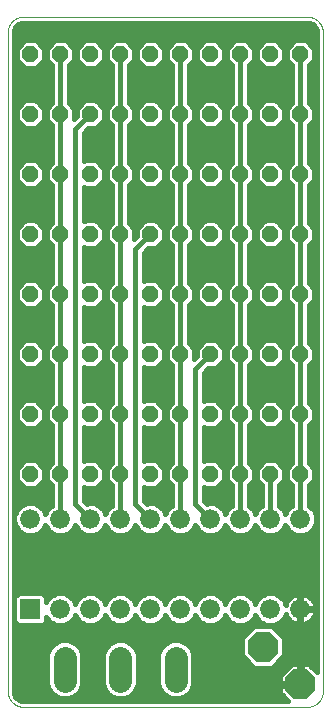
<source format=gtl>
G75*
%MOIN*%
%OFA0B0*%
%FSLAX25Y25*%
%IPPOS*%
%LPD*%
%AMOC8*
5,1,8,0,0,1.08239X$1,22.5*
%
%ADD10C,0.00000*%
%ADD11OC8,0.05200*%
%ADD12OC8,0.10000*%
%ADD13R,0.06600X0.06600*%
%ADD14C,0.06600*%
%ADD15C,0.07677*%
%ADD16C,0.01600*%
D10*
X0004567Y0009300D02*
X0004567Y0229261D01*
X0004569Y0229401D01*
X0004575Y0229541D01*
X0004585Y0229681D01*
X0004598Y0229821D01*
X0004616Y0229960D01*
X0004638Y0230099D01*
X0004663Y0230236D01*
X0004692Y0230374D01*
X0004725Y0230510D01*
X0004762Y0230645D01*
X0004803Y0230779D01*
X0004848Y0230912D01*
X0004896Y0231044D01*
X0004948Y0231174D01*
X0005003Y0231303D01*
X0005062Y0231430D01*
X0005125Y0231556D01*
X0005191Y0231680D01*
X0005260Y0231801D01*
X0005333Y0231921D01*
X0005410Y0232039D01*
X0005489Y0232154D01*
X0005572Y0232268D01*
X0005658Y0232378D01*
X0005747Y0232487D01*
X0005839Y0232593D01*
X0005934Y0232696D01*
X0006031Y0232797D01*
X0006132Y0232894D01*
X0006235Y0232989D01*
X0006341Y0233081D01*
X0006450Y0233170D01*
X0006560Y0233256D01*
X0006674Y0233339D01*
X0006789Y0233418D01*
X0006907Y0233495D01*
X0007027Y0233568D01*
X0007148Y0233637D01*
X0007272Y0233703D01*
X0007398Y0233766D01*
X0007525Y0233825D01*
X0007654Y0233880D01*
X0007784Y0233932D01*
X0007916Y0233980D01*
X0008049Y0234025D01*
X0008183Y0234066D01*
X0008318Y0234103D01*
X0008454Y0234136D01*
X0008592Y0234165D01*
X0008729Y0234190D01*
X0008868Y0234212D01*
X0009007Y0234230D01*
X0009147Y0234243D01*
X0009287Y0234253D01*
X0009427Y0234259D01*
X0009567Y0234261D01*
X0104517Y0234261D01*
X0104657Y0234259D01*
X0104797Y0234253D01*
X0104937Y0234243D01*
X0105077Y0234230D01*
X0105216Y0234212D01*
X0105355Y0234190D01*
X0105492Y0234165D01*
X0105630Y0234136D01*
X0105766Y0234103D01*
X0105901Y0234066D01*
X0106035Y0234025D01*
X0106168Y0233980D01*
X0106300Y0233932D01*
X0106430Y0233880D01*
X0106559Y0233825D01*
X0106686Y0233766D01*
X0106812Y0233703D01*
X0106936Y0233637D01*
X0107057Y0233568D01*
X0107177Y0233495D01*
X0107295Y0233418D01*
X0107410Y0233339D01*
X0107524Y0233256D01*
X0107634Y0233170D01*
X0107743Y0233081D01*
X0107849Y0232989D01*
X0107952Y0232894D01*
X0108053Y0232797D01*
X0108150Y0232696D01*
X0108245Y0232593D01*
X0108337Y0232487D01*
X0108426Y0232378D01*
X0108512Y0232268D01*
X0108595Y0232154D01*
X0108674Y0232039D01*
X0108751Y0231921D01*
X0108824Y0231801D01*
X0108893Y0231680D01*
X0108959Y0231556D01*
X0109022Y0231430D01*
X0109081Y0231303D01*
X0109136Y0231174D01*
X0109188Y0231044D01*
X0109236Y0230912D01*
X0109281Y0230779D01*
X0109322Y0230645D01*
X0109359Y0230510D01*
X0109392Y0230374D01*
X0109421Y0230236D01*
X0109446Y0230099D01*
X0109468Y0229960D01*
X0109486Y0229821D01*
X0109499Y0229681D01*
X0109509Y0229541D01*
X0109515Y0229401D01*
X0109517Y0229261D01*
X0109517Y0009300D01*
X0109515Y0009160D01*
X0109509Y0009020D01*
X0109499Y0008880D01*
X0109486Y0008740D01*
X0109468Y0008601D01*
X0109446Y0008462D01*
X0109421Y0008325D01*
X0109392Y0008187D01*
X0109359Y0008051D01*
X0109322Y0007916D01*
X0109281Y0007782D01*
X0109236Y0007649D01*
X0109188Y0007517D01*
X0109136Y0007387D01*
X0109081Y0007258D01*
X0109022Y0007131D01*
X0108959Y0007005D01*
X0108893Y0006881D01*
X0108824Y0006760D01*
X0108751Y0006640D01*
X0108674Y0006522D01*
X0108595Y0006407D01*
X0108512Y0006293D01*
X0108426Y0006183D01*
X0108337Y0006074D01*
X0108245Y0005968D01*
X0108150Y0005865D01*
X0108053Y0005764D01*
X0107952Y0005667D01*
X0107849Y0005572D01*
X0107743Y0005480D01*
X0107634Y0005391D01*
X0107524Y0005305D01*
X0107410Y0005222D01*
X0107295Y0005143D01*
X0107177Y0005066D01*
X0107057Y0004993D01*
X0106936Y0004924D01*
X0106812Y0004858D01*
X0106686Y0004795D01*
X0106559Y0004736D01*
X0106430Y0004681D01*
X0106300Y0004629D01*
X0106168Y0004581D01*
X0106035Y0004536D01*
X0105901Y0004495D01*
X0105766Y0004458D01*
X0105630Y0004425D01*
X0105492Y0004396D01*
X0105355Y0004371D01*
X0105216Y0004349D01*
X0105077Y0004331D01*
X0104937Y0004318D01*
X0104797Y0004308D01*
X0104657Y0004302D01*
X0104517Y0004300D01*
X0009567Y0004300D01*
X0009427Y0004302D01*
X0009287Y0004308D01*
X0009147Y0004318D01*
X0009007Y0004331D01*
X0008868Y0004349D01*
X0008729Y0004371D01*
X0008592Y0004396D01*
X0008454Y0004425D01*
X0008318Y0004458D01*
X0008183Y0004495D01*
X0008049Y0004536D01*
X0007916Y0004581D01*
X0007784Y0004629D01*
X0007654Y0004681D01*
X0007525Y0004736D01*
X0007398Y0004795D01*
X0007272Y0004858D01*
X0007148Y0004924D01*
X0007027Y0004993D01*
X0006907Y0005066D01*
X0006789Y0005143D01*
X0006674Y0005222D01*
X0006560Y0005305D01*
X0006450Y0005391D01*
X0006341Y0005480D01*
X0006235Y0005572D01*
X0006132Y0005667D01*
X0006031Y0005764D01*
X0005934Y0005865D01*
X0005839Y0005968D01*
X0005747Y0006074D01*
X0005658Y0006183D01*
X0005572Y0006293D01*
X0005489Y0006407D01*
X0005410Y0006522D01*
X0005333Y0006640D01*
X0005260Y0006760D01*
X0005191Y0006881D01*
X0005125Y0007005D01*
X0005062Y0007131D01*
X0005003Y0007258D01*
X0004948Y0007387D01*
X0004896Y0007517D01*
X0004848Y0007649D01*
X0004803Y0007782D01*
X0004762Y0007916D01*
X0004725Y0008051D01*
X0004692Y0008187D01*
X0004663Y0008325D01*
X0004638Y0008462D01*
X0004616Y0008601D01*
X0004598Y0008740D01*
X0004585Y0008880D01*
X0004575Y0009020D01*
X0004569Y0009160D01*
X0004567Y0009300D01*
D11*
X0012067Y0081800D03*
X0012067Y0101800D03*
X0022067Y0101800D03*
X0022067Y0081800D03*
X0032067Y0081800D03*
X0042067Y0081800D03*
X0042067Y0101800D03*
X0032067Y0101800D03*
X0032067Y0121800D03*
X0042067Y0121800D03*
X0042067Y0141800D03*
X0032067Y0141800D03*
X0032067Y0161800D03*
X0042067Y0161800D03*
X0052067Y0161800D03*
X0052067Y0141800D03*
X0052067Y0121800D03*
X0062067Y0121800D03*
X0062067Y0141800D03*
X0062067Y0161800D03*
X0072067Y0161800D03*
X0072067Y0141800D03*
X0072067Y0121800D03*
X0082067Y0121800D03*
X0092067Y0121800D03*
X0092067Y0141800D03*
X0082067Y0141800D03*
X0082067Y0161800D03*
X0092067Y0161800D03*
X0102067Y0161800D03*
X0102067Y0141800D03*
X0102067Y0121800D03*
X0102067Y0101800D03*
X0102067Y0081800D03*
X0092067Y0081800D03*
X0082067Y0081800D03*
X0082067Y0101800D03*
X0092067Y0101800D03*
X0072067Y0101800D03*
X0072067Y0081800D03*
X0062067Y0081800D03*
X0062067Y0101800D03*
X0052067Y0101800D03*
X0052067Y0081800D03*
X0022067Y0121800D03*
X0022067Y0141800D03*
X0022067Y0161800D03*
X0012067Y0161800D03*
X0012067Y0141800D03*
X0012067Y0121800D03*
X0012067Y0181800D03*
X0012067Y0201800D03*
X0012067Y0221800D03*
X0022067Y0221800D03*
X0022067Y0201800D03*
X0022067Y0181800D03*
X0032067Y0181800D03*
X0042067Y0181800D03*
X0042067Y0201800D03*
X0032067Y0201800D03*
X0032067Y0221800D03*
X0042067Y0221800D03*
X0052067Y0221800D03*
X0052067Y0201800D03*
X0052067Y0181800D03*
X0062067Y0181800D03*
X0062067Y0201800D03*
X0062067Y0221800D03*
X0072067Y0221800D03*
X0072067Y0201800D03*
X0072067Y0181800D03*
X0082067Y0181800D03*
X0092067Y0181800D03*
X0092067Y0201800D03*
X0082067Y0201800D03*
X0082067Y0221800D03*
X0092067Y0221800D03*
X0102067Y0221800D03*
X0102067Y0201800D03*
X0102067Y0181800D03*
D12*
X0089567Y0024300D03*
X0102067Y0011800D03*
D13*
X0012067Y0036800D03*
D14*
X0022067Y0036800D03*
X0032067Y0036800D03*
X0042067Y0036800D03*
X0052067Y0036800D03*
X0062067Y0036800D03*
X0072067Y0036800D03*
X0082067Y0036800D03*
X0092067Y0036800D03*
X0102067Y0036800D03*
X0102067Y0066800D03*
X0092067Y0066800D03*
X0082067Y0066800D03*
X0072067Y0066800D03*
X0062067Y0066800D03*
X0052067Y0066800D03*
X0042067Y0066800D03*
X0032067Y0066800D03*
X0022067Y0066800D03*
X0012067Y0066800D03*
D15*
X0023567Y0020639D02*
X0023567Y0012961D01*
X0042067Y0012961D02*
X0042067Y0020639D01*
X0060567Y0020639D02*
X0060567Y0012961D01*
D16*
X0063982Y0008120D02*
X0096130Y0008120D01*
X0095267Y0008983D02*
X0095267Y0011225D01*
X0101492Y0011225D01*
X0101492Y0012375D01*
X0101492Y0018600D01*
X0099250Y0018600D01*
X0095267Y0014617D01*
X0095267Y0012375D01*
X0101492Y0012375D01*
X0102642Y0012375D01*
X0102642Y0018600D01*
X0104883Y0018600D01*
X0107517Y0015966D01*
X0107517Y0229261D01*
X0107460Y0229846D01*
X0107012Y0230927D01*
X0106184Y0231755D01*
X0105103Y0232203D01*
X0104517Y0232261D01*
X0009567Y0232261D01*
X0008981Y0232203D01*
X0007900Y0231755D01*
X0007072Y0230927D01*
X0006624Y0229846D01*
X0006567Y0229261D01*
X0006567Y0009300D01*
X0006624Y0008715D01*
X0007072Y0007633D01*
X0007900Y0006806D01*
X0008981Y0006358D01*
X0009567Y0006300D01*
X0097950Y0006300D01*
X0095267Y0008983D01*
X0095267Y0009718D02*
X0065543Y0009718D01*
X0065516Y0009654D02*
X0066405Y0011800D01*
X0066405Y0021800D01*
X0065516Y0023946D01*
X0063874Y0025588D01*
X0061728Y0026477D01*
X0059405Y0026477D01*
X0057259Y0025588D01*
X0055617Y0023946D01*
X0054728Y0021800D01*
X0054728Y0011800D01*
X0055617Y0009654D01*
X0057259Y0008012D01*
X0059405Y0007123D01*
X0061728Y0007123D01*
X0063874Y0008012D01*
X0065516Y0009654D01*
X0066205Y0011317D02*
X0101492Y0011317D01*
X0102067Y0011800D02*
X0102067Y0036800D01*
X0102367Y0036893D02*
X0107517Y0036893D01*
X0107167Y0037100D02*
X0107167Y0037201D01*
X0107041Y0037994D01*
X0106793Y0038758D01*
X0106429Y0039473D01*
X0105957Y0040122D01*
X0105389Y0040690D01*
X0104740Y0041162D01*
X0104024Y0041526D01*
X0103261Y0041774D01*
X0102468Y0041900D01*
X0102367Y0041900D01*
X0102367Y0037100D01*
X0107167Y0037100D01*
X0107167Y0036500D02*
X0102367Y0036500D01*
X0102367Y0037100D01*
X0101767Y0037100D01*
X0101767Y0041900D01*
X0101665Y0041900D01*
X0100872Y0041774D01*
X0100109Y0041526D01*
X0099394Y0041162D01*
X0098744Y0040690D01*
X0098177Y0040122D01*
X0097705Y0039473D01*
X0097340Y0038758D01*
X0097187Y0038287D01*
X0096560Y0039802D01*
X0095069Y0041293D01*
X0093121Y0042100D01*
X0091012Y0042100D01*
X0089064Y0041293D01*
X0087574Y0039802D01*
X0087067Y0038578D01*
X0086560Y0039802D01*
X0085069Y0041293D01*
X0083121Y0042100D01*
X0081012Y0042100D01*
X0079064Y0041293D01*
X0077574Y0039802D01*
X0077067Y0038578D01*
X0076560Y0039802D01*
X0075069Y0041293D01*
X0073121Y0042100D01*
X0071012Y0042100D01*
X0069064Y0041293D01*
X0067574Y0039802D01*
X0067067Y0038578D01*
X0066560Y0039802D01*
X0065069Y0041293D01*
X0063121Y0042100D01*
X0061012Y0042100D01*
X0059064Y0041293D01*
X0057574Y0039802D01*
X0057067Y0038578D01*
X0056560Y0039802D01*
X0055069Y0041293D01*
X0053121Y0042100D01*
X0051012Y0042100D01*
X0049064Y0041293D01*
X0047574Y0039802D01*
X0047067Y0038578D01*
X0046560Y0039802D01*
X0045069Y0041293D01*
X0043121Y0042100D01*
X0041012Y0042100D01*
X0039064Y0041293D01*
X0037574Y0039802D01*
X0037067Y0038578D01*
X0036560Y0039802D01*
X0035069Y0041293D01*
X0033121Y0042100D01*
X0031012Y0042100D01*
X0029064Y0041293D01*
X0027574Y0039802D01*
X0027067Y0038578D01*
X0026560Y0039802D01*
X0025069Y0041293D01*
X0023121Y0042100D01*
X0021012Y0042100D01*
X0019064Y0041293D01*
X0017574Y0039802D01*
X0017367Y0039303D01*
X0017367Y0040928D01*
X0016195Y0042100D01*
X0007938Y0042100D01*
X0006767Y0040928D01*
X0006767Y0032672D01*
X0007938Y0031500D01*
X0016195Y0031500D01*
X0017367Y0032672D01*
X0017367Y0034297D01*
X0017574Y0033798D01*
X0019064Y0032307D01*
X0021012Y0031500D01*
X0023121Y0031500D01*
X0025069Y0032307D01*
X0026560Y0033798D01*
X0027067Y0035022D01*
X0027574Y0033798D01*
X0029064Y0032307D01*
X0031012Y0031500D01*
X0033121Y0031500D01*
X0035069Y0032307D01*
X0036560Y0033798D01*
X0037067Y0035022D01*
X0037574Y0033798D01*
X0039064Y0032307D01*
X0041012Y0031500D01*
X0043121Y0031500D01*
X0045069Y0032307D01*
X0046560Y0033798D01*
X0047067Y0035022D01*
X0047574Y0033798D01*
X0049064Y0032307D01*
X0051012Y0031500D01*
X0053121Y0031500D01*
X0055069Y0032307D01*
X0056560Y0033798D01*
X0057067Y0035022D01*
X0057574Y0033798D01*
X0059064Y0032307D01*
X0061012Y0031500D01*
X0063121Y0031500D01*
X0065069Y0032307D01*
X0066560Y0033798D01*
X0067067Y0035022D01*
X0067574Y0033798D01*
X0069064Y0032307D01*
X0071012Y0031500D01*
X0073121Y0031500D01*
X0075069Y0032307D01*
X0076560Y0033798D01*
X0077067Y0035022D01*
X0077574Y0033798D01*
X0079064Y0032307D01*
X0081012Y0031500D01*
X0083121Y0031500D01*
X0085069Y0032307D01*
X0086560Y0033798D01*
X0087067Y0035022D01*
X0087574Y0033798D01*
X0089064Y0032307D01*
X0091012Y0031500D01*
X0093121Y0031500D01*
X0095069Y0032307D01*
X0096560Y0033798D01*
X0097187Y0035313D01*
X0097340Y0034842D01*
X0097705Y0034127D01*
X0098177Y0033478D01*
X0098744Y0032910D01*
X0099394Y0032438D01*
X0100109Y0032074D01*
X0100872Y0031826D01*
X0101665Y0031700D01*
X0101767Y0031700D01*
X0101767Y0036500D01*
X0102367Y0036500D01*
X0102367Y0031700D01*
X0102468Y0031700D01*
X0103261Y0031826D01*
X0104024Y0032074D01*
X0104740Y0032438D01*
X0105389Y0032910D01*
X0105957Y0033478D01*
X0106429Y0034127D01*
X0106793Y0034842D01*
X0107041Y0035606D01*
X0107167Y0036399D01*
X0107167Y0036500D01*
X0106940Y0035294D02*
X0107517Y0035294D01*
X0107517Y0033696D02*
X0106115Y0033696D01*
X0107517Y0032097D02*
X0104071Y0032097D01*
X0102367Y0032097D02*
X0101767Y0032097D01*
X0101767Y0033696D02*
X0102367Y0033696D01*
X0102367Y0035294D02*
X0101767Y0035294D01*
X0101767Y0038491D02*
X0102367Y0038491D01*
X0102367Y0040090D02*
X0101767Y0040090D01*
X0101767Y0041688D02*
X0102367Y0041688D01*
X0103526Y0041688D02*
X0107517Y0041688D01*
X0107517Y0040090D02*
X0105980Y0040090D01*
X0106880Y0038491D02*
X0107517Y0038491D01*
X0107517Y0043287D02*
X0006567Y0043287D01*
X0006567Y0044885D02*
X0107517Y0044885D01*
X0107517Y0046484D02*
X0006567Y0046484D01*
X0006567Y0048082D02*
X0107517Y0048082D01*
X0107517Y0049681D02*
X0006567Y0049681D01*
X0006567Y0051279D02*
X0107517Y0051279D01*
X0107517Y0052878D02*
X0006567Y0052878D01*
X0006567Y0054476D02*
X0107517Y0054476D01*
X0107517Y0056075D02*
X0006567Y0056075D01*
X0006567Y0057673D02*
X0107517Y0057673D01*
X0107517Y0059272D02*
X0006567Y0059272D01*
X0006567Y0060870D02*
X0107517Y0060870D01*
X0107517Y0062469D02*
X0105231Y0062469D01*
X0105069Y0062307D02*
X0106560Y0063798D01*
X0107367Y0065746D01*
X0107367Y0067854D01*
X0106560Y0069802D01*
X0105069Y0071293D01*
X0104867Y0071377D01*
X0104867Y0078095D01*
X0106667Y0079895D01*
X0106667Y0083705D01*
X0104867Y0085505D01*
X0104867Y0098095D01*
X0106667Y0099895D01*
X0106667Y0103705D01*
X0104867Y0105505D01*
X0104867Y0118095D01*
X0106667Y0119895D01*
X0106667Y0123705D01*
X0104867Y0125505D01*
X0104867Y0138095D01*
X0106667Y0139895D01*
X0106667Y0143705D01*
X0104867Y0145505D01*
X0104867Y0158095D01*
X0106667Y0159895D01*
X0106667Y0163705D01*
X0104867Y0165505D01*
X0104867Y0178095D01*
X0106667Y0179895D01*
X0106667Y0183705D01*
X0104867Y0185505D01*
X0104867Y0198095D01*
X0106667Y0199895D01*
X0106667Y0203705D01*
X0104867Y0205505D01*
X0104867Y0218095D01*
X0106667Y0219895D01*
X0106667Y0223705D01*
X0103972Y0226400D01*
X0100161Y0226400D01*
X0097467Y0223705D01*
X0097467Y0219895D01*
X0099267Y0218095D01*
X0099267Y0205505D01*
X0097467Y0203705D01*
X0097467Y0199895D01*
X0099267Y0198095D01*
X0099267Y0185505D01*
X0097467Y0183705D01*
X0097467Y0179895D01*
X0099267Y0178095D01*
X0099267Y0165505D01*
X0097467Y0163705D01*
X0097467Y0159895D01*
X0099267Y0158095D01*
X0099267Y0145505D01*
X0097467Y0143705D01*
X0097467Y0139895D01*
X0099267Y0138095D01*
X0099267Y0125505D01*
X0097467Y0123705D01*
X0097467Y0119895D01*
X0099267Y0118095D01*
X0099267Y0105505D01*
X0097467Y0103705D01*
X0097467Y0099895D01*
X0099267Y0098095D01*
X0099267Y0085505D01*
X0097467Y0083705D01*
X0097467Y0079895D01*
X0099267Y0078095D01*
X0099267Y0071377D01*
X0099064Y0071293D01*
X0097574Y0069802D01*
X0097067Y0068578D01*
X0096560Y0069802D01*
X0095069Y0071293D01*
X0094867Y0071377D01*
X0094867Y0078095D01*
X0096667Y0079895D01*
X0096667Y0083705D01*
X0093972Y0086400D01*
X0090161Y0086400D01*
X0087467Y0083705D01*
X0087467Y0079895D01*
X0089267Y0078095D01*
X0089267Y0071377D01*
X0089064Y0071293D01*
X0087574Y0069802D01*
X0087067Y0068578D01*
X0086560Y0069802D01*
X0085069Y0071293D01*
X0084867Y0071377D01*
X0084867Y0078095D01*
X0086667Y0079895D01*
X0086667Y0083705D01*
X0084867Y0085505D01*
X0084867Y0098095D01*
X0086667Y0099895D01*
X0086667Y0103705D01*
X0084867Y0105505D01*
X0084867Y0118095D01*
X0086667Y0119895D01*
X0086667Y0123705D01*
X0084867Y0125505D01*
X0084867Y0138095D01*
X0086667Y0139895D01*
X0086667Y0143705D01*
X0084867Y0145505D01*
X0084867Y0158095D01*
X0086667Y0159895D01*
X0086667Y0163705D01*
X0084867Y0165505D01*
X0084867Y0178095D01*
X0086667Y0179895D01*
X0086667Y0183705D01*
X0084867Y0185505D01*
X0084867Y0198095D01*
X0086667Y0199895D01*
X0086667Y0203705D01*
X0084867Y0205505D01*
X0084867Y0218095D01*
X0086667Y0219895D01*
X0086667Y0223705D01*
X0083972Y0226400D01*
X0080161Y0226400D01*
X0077467Y0223705D01*
X0077467Y0219895D01*
X0079267Y0218095D01*
X0079267Y0205505D01*
X0077467Y0203705D01*
X0077467Y0199895D01*
X0079267Y0198095D01*
X0079267Y0185505D01*
X0077467Y0183705D01*
X0077467Y0179895D01*
X0079267Y0178095D01*
X0079267Y0165505D01*
X0077467Y0163705D01*
X0077467Y0159895D01*
X0079267Y0158095D01*
X0079267Y0145505D01*
X0077467Y0143705D01*
X0077467Y0139895D01*
X0079267Y0138095D01*
X0079267Y0125505D01*
X0077467Y0123705D01*
X0077467Y0119895D01*
X0079267Y0118095D01*
X0079267Y0105505D01*
X0077467Y0103705D01*
X0077467Y0099895D01*
X0079267Y0098095D01*
X0079267Y0085505D01*
X0077467Y0083705D01*
X0077467Y0079895D01*
X0079267Y0078095D01*
X0079267Y0071377D01*
X0079064Y0071293D01*
X0077574Y0069802D01*
X0077067Y0068578D01*
X0076560Y0069802D01*
X0075069Y0071293D01*
X0073121Y0072100D01*
X0071012Y0072100D01*
X0070810Y0072016D01*
X0069867Y0072960D01*
X0069867Y0077495D01*
X0070161Y0077200D01*
X0073972Y0077200D01*
X0076667Y0079895D01*
X0076667Y0083705D01*
X0073972Y0086400D01*
X0070161Y0086400D01*
X0069867Y0086105D01*
X0069867Y0097495D01*
X0070161Y0097200D01*
X0073972Y0097200D01*
X0076667Y0099895D01*
X0076667Y0103705D01*
X0073972Y0106400D01*
X0070161Y0106400D01*
X0069867Y0106105D01*
X0069867Y0115640D01*
X0071426Y0117200D01*
X0073972Y0117200D01*
X0076667Y0119895D01*
X0076667Y0123705D01*
X0073972Y0126400D01*
X0070161Y0126400D01*
X0067467Y0123705D01*
X0067467Y0121160D01*
X0066667Y0120360D01*
X0066667Y0123705D01*
X0064867Y0125505D01*
X0064867Y0138095D01*
X0066667Y0139895D01*
X0066667Y0143705D01*
X0064867Y0145505D01*
X0064867Y0158095D01*
X0066667Y0159895D01*
X0066667Y0163705D01*
X0064867Y0165505D01*
X0064867Y0178095D01*
X0066667Y0179895D01*
X0066667Y0183705D01*
X0064867Y0185505D01*
X0064867Y0198095D01*
X0066667Y0199895D01*
X0066667Y0203705D01*
X0064867Y0205505D01*
X0064867Y0218095D01*
X0066667Y0219895D01*
X0066667Y0223705D01*
X0063972Y0226400D01*
X0060161Y0226400D01*
X0057467Y0223705D01*
X0057467Y0219895D01*
X0059267Y0218095D01*
X0059267Y0205505D01*
X0057467Y0203705D01*
X0057467Y0199895D01*
X0059267Y0198095D01*
X0059267Y0185505D01*
X0057467Y0183705D01*
X0057467Y0179895D01*
X0059267Y0178095D01*
X0059267Y0165505D01*
X0057467Y0163705D01*
X0057467Y0159895D01*
X0059267Y0158095D01*
X0059267Y0145505D01*
X0057467Y0143705D01*
X0057467Y0139895D01*
X0059267Y0138095D01*
X0059267Y0125505D01*
X0057467Y0123705D01*
X0057467Y0119895D01*
X0059267Y0118095D01*
X0059267Y0105505D01*
X0057467Y0103705D01*
X0057467Y0099895D01*
X0059267Y0098095D01*
X0059267Y0085505D01*
X0057467Y0083705D01*
X0057467Y0079895D01*
X0059267Y0078095D01*
X0059267Y0071377D01*
X0059064Y0071293D01*
X0057574Y0069802D01*
X0057067Y0068578D01*
X0056560Y0069802D01*
X0055069Y0071293D01*
X0053121Y0072100D01*
X0051012Y0072100D01*
X0050810Y0072016D01*
X0049867Y0072960D01*
X0049867Y0077495D01*
X0050161Y0077200D01*
X0053972Y0077200D01*
X0056667Y0079895D01*
X0056667Y0083705D01*
X0053972Y0086400D01*
X0050161Y0086400D01*
X0049867Y0086105D01*
X0049867Y0097495D01*
X0050161Y0097200D01*
X0053972Y0097200D01*
X0056667Y0099895D01*
X0056667Y0103705D01*
X0053972Y0106400D01*
X0050161Y0106400D01*
X0049867Y0106105D01*
X0049867Y0117495D01*
X0050161Y0117200D01*
X0053972Y0117200D01*
X0056667Y0119895D01*
X0056667Y0123705D01*
X0053972Y0126400D01*
X0050161Y0126400D01*
X0049867Y0126105D01*
X0049867Y0137495D01*
X0050161Y0137200D01*
X0053972Y0137200D01*
X0056667Y0139895D01*
X0056667Y0143705D01*
X0053972Y0146400D01*
X0050161Y0146400D01*
X0049867Y0146105D01*
X0049867Y0155640D01*
X0051426Y0157200D01*
X0053972Y0157200D01*
X0056667Y0159895D01*
X0056667Y0163705D01*
X0053972Y0166400D01*
X0050161Y0166400D01*
X0047467Y0163705D01*
X0047467Y0161160D01*
X0046667Y0160360D01*
X0046667Y0163705D01*
X0044867Y0165505D01*
X0044867Y0178095D01*
X0046667Y0179895D01*
X0046667Y0183705D01*
X0044867Y0185505D01*
X0044867Y0198095D01*
X0046667Y0199895D01*
X0046667Y0203705D01*
X0044867Y0205505D01*
X0044867Y0218095D01*
X0046667Y0219895D01*
X0046667Y0223705D01*
X0043972Y0226400D01*
X0040161Y0226400D01*
X0037467Y0223705D01*
X0037467Y0219895D01*
X0039267Y0218095D01*
X0039267Y0205505D01*
X0037467Y0203705D01*
X0037467Y0199895D01*
X0039267Y0198095D01*
X0039267Y0185505D01*
X0037467Y0183705D01*
X0037467Y0179895D01*
X0039267Y0178095D01*
X0039267Y0165505D01*
X0037467Y0163705D01*
X0037467Y0159895D01*
X0039267Y0158095D01*
X0039267Y0145505D01*
X0037467Y0143705D01*
X0037467Y0139895D01*
X0039267Y0138095D01*
X0039267Y0125505D01*
X0037467Y0123705D01*
X0037467Y0119895D01*
X0039267Y0118095D01*
X0039267Y0105505D01*
X0037467Y0103705D01*
X0037467Y0099895D01*
X0039267Y0098095D01*
X0039267Y0085505D01*
X0037467Y0083705D01*
X0037467Y0079895D01*
X0039267Y0078095D01*
X0039267Y0071377D01*
X0039064Y0071293D01*
X0037574Y0069802D01*
X0037067Y0068578D01*
X0036560Y0069802D01*
X0035069Y0071293D01*
X0033121Y0072100D01*
X0031012Y0072100D01*
X0030810Y0072016D01*
X0029867Y0072960D01*
X0029867Y0077495D01*
X0030161Y0077200D01*
X0033972Y0077200D01*
X0036667Y0079895D01*
X0036667Y0083705D01*
X0033972Y0086400D01*
X0030161Y0086400D01*
X0029867Y0086105D01*
X0029867Y0097495D01*
X0030161Y0097200D01*
X0033972Y0097200D01*
X0036667Y0099895D01*
X0036667Y0103705D01*
X0033972Y0106400D01*
X0030161Y0106400D01*
X0029867Y0106105D01*
X0029867Y0117495D01*
X0030161Y0117200D01*
X0033972Y0117200D01*
X0036667Y0119895D01*
X0036667Y0123705D01*
X0033972Y0126400D01*
X0030161Y0126400D01*
X0029867Y0126105D01*
X0029867Y0137495D01*
X0030161Y0137200D01*
X0033972Y0137200D01*
X0036667Y0139895D01*
X0036667Y0143705D01*
X0033972Y0146400D01*
X0030161Y0146400D01*
X0029867Y0146105D01*
X0029867Y0157495D01*
X0030161Y0157200D01*
X0033972Y0157200D01*
X0036667Y0159895D01*
X0036667Y0163705D01*
X0033972Y0166400D01*
X0030161Y0166400D01*
X0029867Y0166105D01*
X0029867Y0177495D01*
X0030161Y0177200D01*
X0033972Y0177200D01*
X0036667Y0179895D01*
X0036667Y0183705D01*
X0033972Y0186400D01*
X0030161Y0186400D01*
X0029867Y0186105D01*
X0029867Y0195640D01*
X0031426Y0197200D01*
X0033972Y0197200D01*
X0036667Y0199895D01*
X0036667Y0203705D01*
X0033972Y0206400D01*
X0030161Y0206400D01*
X0027467Y0203705D01*
X0027467Y0201160D01*
X0026667Y0200360D01*
X0026667Y0203705D01*
X0024867Y0205505D01*
X0024867Y0218095D01*
X0026667Y0219895D01*
X0026667Y0223705D01*
X0023972Y0226400D01*
X0020161Y0226400D01*
X0017467Y0223705D01*
X0017467Y0219895D01*
X0019267Y0218095D01*
X0019267Y0205505D01*
X0017467Y0203705D01*
X0017467Y0199895D01*
X0019267Y0198095D01*
X0019267Y0185505D01*
X0017467Y0183705D01*
X0017467Y0179895D01*
X0019267Y0178095D01*
X0019267Y0165505D01*
X0017467Y0163705D01*
X0017467Y0159895D01*
X0019267Y0158095D01*
X0019267Y0145505D01*
X0017467Y0143705D01*
X0017467Y0139895D01*
X0019267Y0138095D01*
X0019267Y0125505D01*
X0017467Y0123705D01*
X0017467Y0119895D01*
X0019267Y0118095D01*
X0019267Y0105505D01*
X0017467Y0103705D01*
X0017467Y0099895D01*
X0019267Y0098095D01*
X0019267Y0085505D01*
X0017467Y0083705D01*
X0017467Y0079895D01*
X0019267Y0078095D01*
X0019267Y0071377D01*
X0019064Y0071293D01*
X0017574Y0069802D01*
X0017067Y0068578D01*
X0016560Y0069802D01*
X0015069Y0071293D01*
X0013121Y0072100D01*
X0011012Y0072100D01*
X0009064Y0071293D01*
X0007574Y0069802D01*
X0006767Y0067854D01*
X0006767Y0065746D01*
X0007574Y0063798D01*
X0009064Y0062307D01*
X0011012Y0061500D01*
X0013121Y0061500D01*
X0015069Y0062307D01*
X0016560Y0063798D01*
X0017067Y0065022D01*
X0017574Y0063798D01*
X0019064Y0062307D01*
X0021012Y0061500D01*
X0023121Y0061500D01*
X0025069Y0062307D01*
X0026560Y0063798D01*
X0027067Y0065022D01*
X0027574Y0063798D01*
X0029064Y0062307D01*
X0031012Y0061500D01*
X0033121Y0061500D01*
X0035069Y0062307D01*
X0036560Y0063798D01*
X0037067Y0065022D01*
X0037574Y0063798D01*
X0039064Y0062307D01*
X0041012Y0061500D01*
X0043121Y0061500D01*
X0045069Y0062307D01*
X0046560Y0063798D01*
X0047067Y0065022D01*
X0047574Y0063798D01*
X0049064Y0062307D01*
X0051012Y0061500D01*
X0053121Y0061500D01*
X0055069Y0062307D01*
X0056560Y0063798D01*
X0057067Y0065022D01*
X0057574Y0063798D01*
X0059064Y0062307D01*
X0061012Y0061500D01*
X0063121Y0061500D01*
X0065069Y0062307D01*
X0066560Y0063798D01*
X0067067Y0065022D01*
X0067574Y0063798D01*
X0069064Y0062307D01*
X0071012Y0061500D01*
X0073121Y0061500D01*
X0075069Y0062307D01*
X0076560Y0063798D01*
X0077067Y0065022D01*
X0077574Y0063798D01*
X0079064Y0062307D01*
X0081012Y0061500D01*
X0083121Y0061500D01*
X0085069Y0062307D01*
X0086560Y0063798D01*
X0087067Y0065022D01*
X0087574Y0063798D01*
X0089064Y0062307D01*
X0091012Y0061500D01*
X0093121Y0061500D01*
X0095069Y0062307D01*
X0096560Y0063798D01*
X0097067Y0065022D01*
X0097574Y0063798D01*
X0099064Y0062307D01*
X0101012Y0061500D01*
X0103121Y0061500D01*
X0105069Y0062307D01*
X0106671Y0064068D02*
X0107517Y0064068D01*
X0107517Y0065666D02*
X0107334Y0065666D01*
X0107367Y0067265D02*
X0107517Y0067265D01*
X0107517Y0068863D02*
X0106949Y0068863D01*
X0107517Y0070462D02*
X0105900Y0070462D01*
X0104867Y0072060D02*
X0107517Y0072060D01*
X0107517Y0073659D02*
X0104867Y0073659D01*
X0104867Y0075257D02*
X0107517Y0075257D01*
X0107517Y0076856D02*
X0104867Y0076856D01*
X0105226Y0078454D02*
X0107517Y0078454D01*
X0107517Y0080053D02*
X0106667Y0080053D01*
X0106667Y0081651D02*
X0107517Y0081651D01*
X0107517Y0083250D02*
X0106667Y0083250D01*
X0107517Y0084848D02*
X0105524Y0084848D01*
X0104867Y0086447D02*
X0107517Y0086447D01*
X0107517Y0088045D02*
X0104867Y0088045D01*
X0104867Y0089644D02*
X0107517Y0089644D01*
X0107517Y0091242D02*
X0104867Y0091242D01*
X0104867Y0092841D02*
X0107517Y0092841D01*
X0107517Y0094439D02*
X0104867Y0094439D01*
X0104867Y0096038D02*
X0107517Y0096038D01*
X0107517Y0097636D02*
X0104867Y0097636D01*
X0106007Y0099235D02*
X0107517Y0099235D01*
X0107517Y0100833D02*
X0106667Y0100833D01*
X0106667Y0102432D02*
X0107517Y0102432D01*
X0107517Y0104030D02*
X0106342Y0104030D01*
X0107517Y0105629D02*
X0104867Y0105629D01*
X0104867Y0107227D02*
X0107517Y0107227D01*
X0107517Y0108826D02*
X0104867Y0108826D01*
X0104867Y0110424D02*
X0107517Y0110424D01*
X0107517Y0112023D02*
X0104867Y0112023D01*
X0104867Y0113621D02*
X0107517Y0113621D01*
X0107517Y0115220D02*
X0104867Y0115220D01*
X0104867Y0116818D02*
X0107517Y0116818D01*
X0107517Y0118417D02*
X0105189Y0118417D01*
X0106667Y0120015D02*
X0107517Y0120015D01*
X0107517Y0121614D02*
X0106667Y0121614D01*
X0106667Y0123212D02*
X0107517Y0123212D01*
X0107517Y0124811D02*
X0105561Y0124811D01*
X0104867Y0126409D02*
X0107517Y0126409D01*
X0107517Y0128008D02*
X0104867Y0128008D01*
X0104867Y0129606D02*
X0107517Y0129606D01*
X0107517Y0131205D02*
X0104867Y0131205D01*
X0104867Y0132803D02*
X0107517Y0132803D01*
X0107517Y0134402D02*
X0104867Y0134402D01*
X0104867Y0136001D02*
X0107517Y0136001D01*
X0107517Y0137599D02*
X0104867Y0137599D01*
X0105970Y0139198D02*
X0107517Y0139198D01*
X0107517Y0140796D02*
X0106667Y0140796D01*
X0106667Y0142395D02*
X0107517Y0142395D01*
X0107517Y0143993D02*
X0106379Y0143993D01*
X0107517Y0145592D02*
X0104867Y0145592D01*
X0104867Y0147190D02*
X0107517Y0147190D01*
X0107517Y0148789D02*
X0104867Y0148789D01*
X0104867Y0150387D02*
X0107517Y0150387D01*
X0107517Y0151986D02*
X0104867Y0151986D01*
X0104867Y0153584D02*
X0107517Y0153584D01*
X0107517Y0155183D02*
X0104867Y0155183D01*
X0104867Y0156781D02*
X0107517Y0156781D01*
X0107517Y0158380D02*
X0105152Y0158380D01*
X0106667Y0159978D02*
X0107517Y0159978D01*
X0107517Y0161577D02*
X0106667Y0161577D01*
X0106667Y0163175D02*
X0107517Y0163175D01*
X0107517Y0164774D02*
X0105598Y0164774D01*
X0104867Y0166372D02*
X0107517Y0166372D01*
X0107517Y0167971D02*
X0104867Y0167971D01*
X0104867Y0169569D02*
X0107517Y0169569D01*
X0107517Y0171168D02*
X0104867Y0171168D01*
X0104867Y0172766D02*
X0107517Y0172766D01*
X0107517Y0174365D02*
X0104867Y0174365D01*
X0104867Y0175963D02*
X0107517Y0175963D01*
X0107517Y0177562D02*
X0104867Y0177562D01*
X0105932Y0179160D02*
X0107517Y0179160D01*
X0107517Y0180759D02*
X0106667Y0180759D01*
X0106667Y0182357D02*
X0107517Y0182357D01*
X0107517Y0183956D02*
X0106416Y0183956D01*
X0107517Y0185554D02*
X0104867Y0185554D01*
X0104867Y0187153D02*
X0107517Y0187153D01*
X0107517Y0188751D02*
X0104867Y0188751D01*
X0104867Y0190350D02*
X0107517Y0190350D01*
X0107517Y0191948D02*
X0104867Y0191948D01*
X0104867Y0193547D02*
X0107517Y0193547D01*
X0107517Y0195145D02*
X0104867Y0195145D01*
X0104867Y0196744D02*
X0107517Y0196744D01*
X0107517Y0198342D02*
X0105114Y0198342D01*
X0106667Y0199941D02*
X0107517Y0199941D01*
X0107517Y0201539D02*
X0106667Y0201539D01*
X0106667Y0203138D02*
X0107517Y0203138D01*
X0107517Y0204737D02*
X0105636Y0204737D01*
X0104867Y0206335D02*
X0107517Y0206335D01*
X0107517Y0207934D02*
X0104867Y0207934D01*
X0104867Y0209532D02*
X0107517Y0209532D01*
X0107517Y0211131D02*
X0104867Y0211131D01*
X0104867Y0212729D02*
X0107517Y0212729D01*
X0107517Y0214328D02*
X0104867Y0214328D01*
X0104867Y0215926D02*
X0107517Y0215926D01*
X0107517Y0217525D02*
X0104867Y0217525D01*
X0105895Y0219123D02*
X0107517Y0219123D01*
X0107517Y0220722D02*
X0106667Y0220722D01*
X0106667Y0222320D02*
X0107517Y0222320D01*
X0107517Y0223919D02*
X0106453Y0223919D01*
X0107517Y0225517D02*
X0104855Y0225517D01*
X0107517Y0227116D02*
X0006567Y0227116D01*
X0006567Y0228714D02*
X0107517Y0228714D01*
X0107266Y0230313D02*
X0006818Y0230313D01*
X0008277Y0231911D02*
X0105807Y0231911D01*
X0099278Y0225517D02*
X0094855Y0225517D01*
X0093972Y0226400D02*
X0096667Y0223705D01*
X0096667Y0219895D01*
X0093972Y0217200D01*
X0090161Y0217200D01*
X0087467Y0219895D01*
X0087467Y0223705D01*
X0090161Y0226400D01*
X0093972Y0226400D01*
X0096453Y0223919D02*
X0097680Y0223919D01*
X0097467Y0222320D02*
X0096667Y0222320D01*
X0096667Y0220722D02*
X0097467Y0220722D01*
X0098238Y0219123D02*
X0095895Y0219123D01*
X0094297Y0217525D02*
X0099267Y0217525D01*
X0099267Y0215926D02*
X0084867Y0215926D01*
X0084867Y0214328D02*
X0099267Y0214328D01*
X0099267Y0212729D02*
X0084867Y0212729D01*
X0084867Y0211131D02*
X0099267Y0211131D01*
X0099267Y0209532D02*
X0084867Y0209532D01*
X0084867Y0207934D02*
X0099267Y0207934D01*
X0099267Y0206335D02*
X0094037Y0206335D01*
X0093972Y0206400D02*
X0090161Y0206400D01*
X0087467Y0203705D01*
X0087467Y0199895D01*
X0090161Y0197200D01*
X0093972Y0197200D01*
X0096667Y0199895D01*
X0096667Y0203705D01*
X0093972Y0206400D01*
X0095636Y0204737D02*
X0098498Y0204737D01*
X0097467Y0203138D02*
X0096667Y0203138D01*
X0096667Y0201539D02*
X0097467Y0201539D01*
X0097467Y0199941D02*
X0096667Y0199941D01*
X0095114Y0198342D02*
X0099019Y0198342D01*
X0099267Y0196744D02*
X0084867Y0196744D01*
X0084867Y0195145D02*
X0099267Y0195145D01*
X0099267Y0193547D02*
X0084867Y0193547D01*
X0084867Y0191948D02*
X0099267Y0191948D01*
X0099267Y0190350D02*
X0084867Y0190350D01*
X0084867Y0188751D02*
X0099267Y0188751D01*
X0099267Y0187153D02*
X0084867Y0187153D01*
X0084867Y0185554D02*
X0089316Y0185554D01*
X0090161Y0186400D02*
X0087467Y0183705D01*
X0087467Y0179895D01*
X0090161Y0177200D01*
X0093972Y0177200D01*
X0096667Y0179895D01*
X0096667Y0183705D01*
X0093972Y0186400D01*
X0090161Y0186400D01*
X0087717Y0183956D02*
X0086416Y0183956D01*
X0086667Y0182357D02*
X0087467Y0182357D01*
X0087467Y0180759D02*
X0086667Y0180759D01*
X0085932Y0179160D02*
X0088201Y0179160D01*
X0089799Y0177562D02*
X0084867Y0177562D01*
X0084867Y0175963D02*
X0099267Y0175963D01*
X0099267Y0174365D02*
X0084867Y0174365D01*
X0084867Y0172766D02*
X0099267Y0172766D01*
X0099267Y0171168D02*
X0084867Y0171168D01*
X0084867Y0169569D02*
X0099267Y0169569D01*
X0099267Y0167971D02*
X0084867Y0167971D01*
X0084867Y0166372D02*
X0090134Y0166372D01*
X0090161Y0166400D02*
X0087467Y0163705D01*
X0087467Y0159895D01*
X0090161Y0157200D01*
X0093972Y0157200D01*
X0096667Y0159895D01*
X0096667Y0163705D01*
X0093972Y0166400D01*
X0090161Y0166400D01*
X0088535Y0164774D02*
X0085598Y0164774D01*
X0086667Y0163175D02*
X0087467Y0163175D01*
X0087467Y0161577D02*
X0086667Y0161577D01*
X0086667Y0159978D02*
X0087467Y0159978D01*
X0088982Y0158380D02*
X0085152Y0158380D01*
X0084867Y0156781D02*
X0099267Y0156781D01*
X0099267Y0155183D02*
X0084867Y0155183D01*
X0084867Y0153584D02*
X0099267Y0153584D01*
X0099267Y0151986D02*
X0084867Y0151986D01*
X0084867Y0150387D02*
X0099267Y0150387D01*
X0099267Y0148789D02*
X0084867Y0148789D01*
X0084867Y0147190D02*
X0099267Y0147190D01*
X0099267Y0145592D02*
X0094780Y0145592D01*
X0093972Y0146400D02*
X0096667Y0143705D01*
X0096667Y0139895D01*
X0093972Y0137200D01*
X0090161Y0137200D01*
X0087467Y0139895D01*
X0087467Y0143705D01*
X0090161Y0146400D01*
X0093972Y0146400D01*
X0096379Y0143993D02*
X0097754Y0143993D01*
X0097467Y0142395D02*
X0096667Y0142395D01*
X0096667Y0140796D02*
X0097467Y0140796D01*
X0098164Y0139198D02*
X0095970Y0139198D01*
X0094371Y0137599D02*
X0099267Y0137599D01*
X0099267Y0136001D02*
X0084867Y0136001D01*
X0084867Y0137599D02*
X0089762Y0137599D01*
X0088164Y0139198D02*
X0085970Y0139198D01*
X0086667Y0140796D02*
X0087467Y0140796D01*
X0087467Y0142395D02*
X0086667Y0142395D01*
X0086379Y0143993D02*
X0087754Y0143993D01*
X0089353Y0145592D02*
X0084867Y0145592D01*
X0082067Y0141800D02*
X0082067Y0121800D01*
X0082067Y0101800D01*
X0082067Y0081800D01*
X0082067Y0066800D01*
X0085231Y0062469D02*
X0088902Y0062469D01*
X0087462Y0064068D02*
X0086671Y0064068D01*
X0086949Y0068863D02*
X0087185Y0068863D01*
X0088233Y0070462D02*
X0085900Y0070462D01*
X0084867Y0072060D02*
X0089267Y0072060D01*
X0089267Y0073659D02*
X0084867Y0073659D01*
X0084867Y0075257D02*
X0089267Y0075257D01*
X0089267Y0076856D02*
X0084867Y0076856D01*
X0085226Y0078454D02*
X0088907Y0078454D01*
X0087467Y0080053D02*
X0086667Y0080053D01*
X0086667Y0081651D02*
X0087467Y0081651D01*
X0087467Y0083250D02*
X0086667Y0083250D01*
X0085524Y0084848D02*
X0088609Y0084848D01*
X0084867Y0086447D02*
X0099267Y0086447D01*
X0099267Y0088045D02*
X0084867Y0088045D01*
X0084867Y0089644D02*
X0099267Y0089644D01*
X0099267Y0091242D02*
X0084867Y0091242D01*
X0084867Y0092841D02*
X0099267Y0092841D01*
X0099267Y0094439D02*
X0084867Y0094439D01*
X0084867Y0096038D02*
X0099267Y0096038D01*
X0099267Y0097636D02*
X0094408Y0097636D01*
X0093972Y0097200D02*
X0096667Y0099895D01*
X0096667Y0103705D01*
X0093972Y0106400D01*
X0090161Y0106400D01*
X0087467Y0103705D01*
X0087467Y0099895D01*
X0090161Y0097200D01*
X0093972Y0097200D01*
X0096007Y0099235D02*
X0098127Y0099235D01*
X0097467Y0100833D02*
X0096667Y0100833D01*
X0096667Y0102432D02*
X0097467Y0102432D01*
X0097792Y0104030D02*
X0096342Y0104030D01*
X0094743Y0105629D02*
X0099267Y0105629D01*
X0099267Y0107227D02*
X0084867Y0107227D01*
X0084867Y0105629D02*
X0089390Y0105629D01*
X0087792Y0104030D02*
X0086342Y0104030D01*
X0086667Y0102432D02*
X0087467Y0102432D01*
X0087467Y0100833D02*
X0086667Y0100833D01*
X0086007Y0099235D02*
X0088127Y0099235D01*
X0089725Y0097636D02*
X0084867Y0097636D01*
X0079267Y0097636D02*
X0074408Y0097636D01*
X0076007Y0099235D02*
X0078127Y0099235D01*
X0077467Y0100833D02*
X0076667Y0100833D01*
X0076667Y0102432D02*
X0077467Y0102432D01*
X0077792Y0104030D02*
X0076342Y0104030D01*
X0074743Y0105629D02*
X0079267Y0105629D01*
X0079267Y0107227D02*
X0069867Y0107227D01*
X0069867Y0108826D02*
X0079267Y0108826D01*
X0079267Y0110424D02*
X0069867Y0110424D01*
X0069867Y0112023D02*
X0079267Y0112023D01*
X0079267Y0113621D02*
X0069867Y0113621D01*
X0069867Y0115220D02*
X0079267Y0115220D01*
X0079267Y0116818D02*
X0071045Y0116818D01*
X0067067Y0116800D02*
X0072067Y0121800D01*
X0075189Y0118417D02*
X0078944Y0118417D01*
X0077467Y0120015D02*
X0076667Y0120015D01*
X0076667Y0121614D02*
X0077467Y0121614D01*
X0077467Y0123212D02*
X0076667Y0123212D01*
X0075561Y0124811D02*
X0078572Y0124811D01*
X0079267Y0126409D02*
X0064867Y0126409D01*
X0064867Y0128008D02*
X0079267Y0128008D01*
X0079267Y0129606D02*
X0064867Y0129606D01*
X0064867Y0131205D02*
X0079267Y0131205D01*
X0079267Y0132803D02*
X0064867Y0132803D01*
X0064867Y0134402D02*
X0079267Y0134402D01*
X0079267Y0136001D02*
X0064867Y0136001D01*
X0064867Y0137599D02*
X0069762Y0137599D01*
X0070161Y0137200D02*
X0073972Y0137200D01*
X0076667Y0139895D01*
X0076667Y0143705D01*
X0073972Y0146400D01*
X0070161Y0146400D01*
X0067467Y0143705D01*
X0067467Y0139895D01*
X0070161Y0137200D01*
X0068164Y0139198D02*
X0065970Y0139198D01*
X0066667Y0140796D02*
X0067467Y0140796D01*
X0067467Y0142395D02*
X0066667Y0142395D01*
X0066379Y0143993D02*
X0067754Y0143993D01*
X0069353Y0145592D02*
X0064867Y0145592D01*
X0064867Y0147190D02*
X0079267Y0147190D01*
X0079267Y0145592D02*
X0074780Y0145592D01*
X0076379Y0143993D02*
X0077754Y0143993D01*
X0077467Y0142395D02*
X0076667Y0142395D01*
X0076667Y0140796D02*
X0077467Y0140796D01*
X0078164Y0139198D02*
X0075970Y0139198D01*
X0074371Y0137599D02*
X0079267Y0137599D01*
X0082067Y0141800D02*
X0082067Y0161800D01*
X0082067Y0181800D01*
X0082067Y0201800D01*
X0082067Y0221800D01*
X0084855Y0225517D02*
X0089278Y0225517D01*
X0087680Y0223919D02*
X0086453Y0223919D01*
X0086667Y0222320D02*
X0087467Y0222320D01*
X0087467Y0220722D02*
X0086667Y0220722D01*
X0085895Y0219123D02*
X0088238Y0219123D01*
X0089837Y0217525D02*
X0084867Y0217525D01*
X0079267Y0217525D02*
X0074297Y0217525D01*
X0073972Y0217200D02*
X0076667Y0219895D01*
X0076667Y0223705D01*
X0073972Y0226400D01*
X0070161Y0226400D01*
X0067467Y0223705D01*
X0067467Y0219895D01*
X0070161Y0217200D01*
X0073972Y0217200D01*
X0075895Y0219123D02*
X0078238Y0219123D01*
X0077467Y0220722D02*
X0076667Y0220722D01*
X0076667Y0222320D02*
X0077467Y0222320D01*
X0077680Y0223919D02*
X0076453Y0223919D01*
X0074855Y0225517D02*
X0079278Y0225517D01*
X0079267Y0215926D02*
X0064867Y0215926D01*
X0064867Y0214328D02*
X0079267Y0214328D01*
X0079267Y0212729D02*
X0064867Y0212729D01*
X0064867Y0211131D02*
X0079267Y0211131D01*
X0079267Y0209532D02*
X0064867Y0209532D01*
X0064867Y0207934D02*
X0079267Y0207934D01*
X0079267Y0206335D02*
X0074037Y0206335D01*
X0073972Y0206400D02*
X0070161Y0206400D01*
X0067467Y0203705D01*
X0067467Y0199895D01*
X0070161Y0197200D01*
X0073972Y0197200D01*
X0076667Y0199895D01*
X0076667Y0203705D01*
X0073972Y0206400D01*
X0075636Y0204737D02*
X0078498Y0204737D01*
X0077467Y0203138D02*
X0076667Y0203138D01*
X0076667Y0201539D02*
X0077467Y0201539D01*
X0077467Y0199941D02*
X0076667Y0199941D01*
X0075114Y0198342D02*
X0079019Y0198342D01*
X0079267Y0196744D02*
X0064867Y0196744D01*
X0064867Y0195145D02*
X0079267Y0195145D01*
X0079267Y0193547D02*
X0064867Y0193547D01*
X0064867Y0191948D02*
X0079267Y0191948D01*
X0079267Y0190350D02*
X0064867Y0190350D01*
X0064867Y0188751D02*
X0079267Y0188751D01*
X0079267Y0187153D02*
X0064867Y0187153D01*
X0064867Y0185554D02*
X0069316Y0185554D01*
X0070161Y0186400D02*
X0067467Y0183705D01*
X0067467Y0179895D01*
X0070161Y0177200D01*
X0073972Y0177200D01*
X0076667Y0179895D01*
X0076667Y0183705D01*
X0073972Y0186400D01*
X0070161Y0186400D01*
X0067717Y0183956D02*
X0066416Y0183956D01*
X0066667Y0182357D02*
X0067467Y0182357D01*
X0067467Y0180759D02*
X0066667Y0180759D01*
X0065932Y0179160D02*
X0068201Y0179160D01*
X0069799Y0177562D02*
X0064867Y0177562D01*
X0064867Y0175963D02*
X0079267Y0175963D01*
X0079267Y0174365D02*
X0064867Y0174365D01*
X0064867Y0172766D02*
X0079267Y0172766D01*
X0079267Y0171168D02*
X0064867Y0171168D01*
X0064867Y0169569D02*
X0079267Y0169569D01*
X0079267Y0167971D02*
X0064867Y0167971D01*
X0064867Y0166372D02*
X0070134Y0166372D01*
X0070161Y0166400D02*
X0067467Y0163705D01*
X0067467Y0159895D01*
X0070161Y0157200D01*
X0073972Y0157200D01*
X0076667Y0159895D01*
X0076667Y0163705D01*
X0073972Y0166400D01*
X0070161Y0166400D01*
X0068535Y0164774D02*
X0065598Y0164774D01*
X0066667Y0163175D02*
X0067467Y0163175D01*
X0067467Y0161577D02*
X0066667Y0161577D01*
X0066667Y0159978D02*
X0067467Y0159978D01*
X0068982Y0158380D02*
X0065152Y0158380D01*
X0064867Y0156781D02*
X0079267Y0156781D01*
X0079267Y0155183D02*
X0064867Y0155183D01*
X0064867Y0153584D02*
X0079267Y0153584D01*
X0079267Y0151986D02*
X0064867Y0151986D01*
X0064867Y0150387D02*
X0079267Y0150387D01*
X0079267Y0148789D02*
X0064867Y0148789D01*
X0062067Y0141800D02*
X0062067Y0161800D01*
X0062067Y0181800D01*
X0062067Y0201800D01*
X0062067Y0221800D01*
X0064855Y0225517D02*
X0069278Y0225517D01*
X0067680Y0223919D02*
X0066453Y0223919D01*
X0066667Y0222320D02*
X0067467Y0222320D01*
X0067467Y0220722D02*
X0066667Y0220722D01*
X0065895Y0219123D02*
X0068238Y0219123D01*
X0069837Y0217525D02*
X0064867Y0217525D01*
X0059267Y0217525D02*
X0054297Y0217525D01*
X0053972Y0217200D02*
X0056667Y0219895D01*
X0056667Y0223705D01*
X0053972Y0226400D01*
X0050161Y0226400D01*
X0047467Y0223705D01*
X0047467Y0219895D01*
X0050161Y0217200D01*
X0053972Y0217200D01*
X0055895Y0219123D02*
X0058238Y0219123D01*
X0057467Y0220722D02*
X0056667Y0220722D01*
X0056667Y0222320D02*
X0057467Y0222320D01*
X0057680Y0223919D02*
X0056453Y0223919D01*
X0054855Y0225517D02*
X0059278Y0225517D01*
X0059267Y0215926D02*
X0044867Y0215926D01*
X0044867Y0214328D02*
X0059267Y0214328D01*
X0059267Y0212729D02*
X0044867Y0212729D01*
X0044867Y0211131D02*
X0059267Y0211131D01*
X0059267Y0209532D02*
X0044867Y0209532D01*
X0044867Y0207934D02*
X0059267Y0207934D01*
X0059267Y0206335D02*
X0054037Y0206335D01*
X0053972Y0206400D02*
X0050161Y0206400D01*
X0047467Y0203705D01*
X0047467Y0199895D01*
X0050161Y0197200D01*
X0053972Y0197200D01*
X0056667Y0199895D01*
X0056667Y0203705D01*
X0053972Y0206400D01*
X0055636Y0204737D02*
X0058498Y0204737D01*
X0057467Y0203138D02*
X0056667Y0203138D01*
X0056667Y0201539D02*
X0057467Y0201539D01*
X0057467Y0199941D02*
X0056667Y0199941D01*
X0055114Y0198342D02*
X0059019Y0198342D01*
X0059267Y0196744D02*
X0044867Y0196744D01*
X0044867Y0195145D02*
X0059267Y0195145D01*
X0059267Y0193547D02*
X0044867Y0193547D01*
X0044867Y0191948D02*
X0059267Y0191948D01*
X0059267Y0190350D02*
X0044867Y0190350D01*
X0044867Y0188751D02*
X0059267Y0188751D01*
X0059267Y0187153D02*
X0044867Y0187153D01*
X0044867Y0185554D02*
X0049316Y0185554D01*
X0050161Y0186400D02*
X0047467Y0183705D01*
X0047467Y0179895D01*
X0050161Y0177200D01*
X0053972Y0177200D01*
X0056667Y0179895D01*
X0056667Y0183705D01*
X0053972Y0186400D01*
X0050161Y0186400D01*
X0047717Y0183956D02*
X0046416Y0183956D01*
X0046667Y0182357D02*
X0047467Y0182357D01*
X0047467Y0180759D02*
X0046667Y0180759D01*
X0045932Y0179160D02*
X0048201Y0179160D01*
X0049799Y0177562D02*
X0044867Y0177562D01*
X0044867Y0175963D02*
X0059267Y0175963D01*
X0059267Y0174365D02*
X0044867Y0174365D01*
X0044867Y0172766D02*
X0059267Y0172766D01*
X0059267Y0171168D02*
X0044867Y0171168D01*
X0044867Y0169569D02*
X0059267Y0169569D01*
X0059267Y0167971D02*
X0044867Y0167971D01*
X0044867Y0166372D02*
X0050134Y0166372D01*
X0048535Y0164774D02*
X0045598Y0164774D01*
X0046667Y0163175D02*
X0047467Y0163175D01*
X0047467Y0161577D02*
X0046667Y0161577D01*
X0047067Y0156800D02*
X0052067Y0161800D01*
X0054000Y0166372D02*
X0059267Y0166372D01*
X0058535Y0164774D02*
X0055598Y0164774D01*
X0056667Y0163175D02*
X0057467Y0163175D01*
X0057467Y0161577D02*
X0056667Y0161577D01*
X0056667Y0159978D02*
X0057467Y0159978D01*
X0058982Y0158380D02*
X0055152Y0158380D01*
X0059267Y0156781D02*
X0051008Y0156781D01*
X0049867Y0155183D02*
X0059267Y0155183D01*
X0059267Y0153584D02*
X0049867Y0153584D01*
X0049867Y0151986D02*
X0059267Y0151986D01*
X0059267Y0150387D02*
X0049867Y0150387D01*
X0049867Y0148789D02*
X0059267Y0148789D01*
X0059267Y0147190D02*
X0049867Y0147190D01*
X0047067Y0156800D02*
X0047067Y0071800D01*
X0052067Y0066800D01*
X0055231Y0062469D02*
X0058902Y0062469D01*
X0057462Y0064068D02*
X0056671Y0064068D01*
X0056949Y0068863D02*
X0057185Y0068863D01*
X0058233Y0070462D02*
X0055900Y0070462D01*
X0053217Y0072060D02*
X0059267Y0072060D01*
X0059267Y0073659D02*
X0049867Y0073659D01*
X0049867Y0075257D02*
X0059267Y0075257D01*
X0059267Y0076856D02*
X0049867Y0076856D01*
X0050766Y0072060D02*
X0050916Y0072060D01*
X0055226Y0078454D02*
X0058907Y0078454D01*
X0057467Y0080053D02*
X0056667Y0080053D01*
X0056667Y0081651D02*
X0057467Y0081651D01*
X0057467Y0083250D02*
X0056667Y0083250D01*
X0055524Y0084848D02*
X0058609Y0084848D01*
X0059267Y0086447D02*
X0049867Y0086447D01*
X0049867Y0088045D02*
X0059267Y0088045D01*
X0059267Y0089644D02*
X0049867Y0089644D01*
X0049867Y0091242D02*
X0059267Y0091242D01*
X0059267Y0092841D02*
X0049867Y0092841D01*
X0049867Y0094439D02*
X0059267Y0094439D01*
X0059267Y0096038D02*
X0049867Y0096038D01*
X0054408Y0097636D02*
X0059267Y0097636D01*
X0058127Y0099235D02*
X0056007Y0099235D01*
X0056667Y0100833D02*
X0057467Y0100833D01*
X0057467Y0102432D02*
X0056667Y0102432D01*
X0056342Y0104030D02*
X0057792Y0104030D01*
X0059267Y0105629D02*
X0054743Y0105629D01*
X0059267Y0107227D02*
X0049867Y0107227D01*
X0049867Y0108826D02*
X0059267Y0108826D01*
X0059267Y0110424D02*
X0049867Y0110424D01*
X0049867Y0112023D02*
X0059267Y0112023D01*
X0059267Y0113621D02*
X0049867Y0113621D01*
X0049867Y0115220D02*
X0059267Y0115220D01*
X0059267Y0116818D02*
X0049867Y0116818D01*
X0049867Y0126409D02*
X0059267Y0126409D01*
X0059267Y0128008D02*
X0049867Y0128008D01*
X0049867Y0129606D02*
X0059267Y0129606D01*
X0059267Y0131205D02*
X0049867Y0131205D01*
X0049867Y0132803D02*
X0059267Y0132803D01*
X0059267Y0134402D02*
X0049867Y0134402D01*
X0049867Y0136001D02*
X0059267Y0136001D01*
X0059267Y0137599D02*
X0054371Y0137599D01*
X0055970Y0139198D02*
X0058164Y0139198D01*
X0057467Y0140796D02*
X0056667Y0140796D01*
X0056667Y0142395D02*
X0057467Y0142395D01*
X0057754Y0143993D02*
X0056379Y0143993D01*
X0054780Y0145592D02*
X0059267Y0145592D01*
X0062067Y0141800D02*
X0062067Y0121800D01*
X0062067Y0101800D01*
X0062067Y0081800D01*
X0062067Y0066800D01*
X0065231Y0062469D02*
X0068902Y0062469D01*
X0067462Y0064068D02*
X0066671Y0064068D01*
X0072067Y0066800D02*
X0067067Y0071800D01*
X0067067Y0116800D01*
X0066667Y0121614D02*
X0067467Y0121614D01*
X0067467Y0123212D02*
X0066667Y0123212D01*
X0065561Y0124811D02*
X0068572Y0124811D01*
X0058572Y0124811D02*
X0055561Y0124811D01*
X0056667Y0123212D02*
X0057467Y0123212D01*
X0057467Y0121614D02*
X0056667Y0121614D01*
X0056667Y0120015D02*
X0057467Y0120015D01*
X0058944Y0118417D02*
X0055189Y0118417D01*
X0042067Y0121800D02*
X0042067Y0101800D01*
X0042067Y0081800D01*
X0042067Y0066800D01*
X0038902Y0062469D02*
X0035231Y0062469D01*
X0036671Y0064068D02*
X0037462Y0064068D01*
X0037185Y0068863D02*
X0036949Y0068863D01*
X0035900Y0070462D02*
X0038233Y0070462D01*
X0039267Y0072060D02*
X0033217Y0072060D01*
X0030916Y0072060D02*
X0030766Y0072060D01*
X0029867Y0073659D02*
X0039267Y0073659D01*
X0039267Y0075257D02*
X0029867Y0075257D01*
X0029867Y0076856D02*
X0039267Y0076856D01*
X0038907Y0078454D02*
X0035226Y0078454D01*
X0036667Y0080053D02*
X0037467Y0080053D01*
X0037467Y0081651D02*
X0036667Y0081651D01*
X0036667Y0083250D02*
X0037467Y0083250D01*
X0038609Y0084848D02*
X0035524Y0084848D01*
X0039267Y0086447D02*
X0029867Y0086447D01*
X0029867Y0088045D02*
X0039267Y0088045D01*
X0039267Y0089644D02*
X0029867Y0089644D01*
X0029867Y0091242D02*
X0039267Y0091242D01*
X0039267Y0092841D02*
X0029867Y0092841D01*
X0029867Y0094439D02*
X0039267Y0094439D01*
X0039267Y0096038D02*
X0029867Y0096038D01*
X0034408Y0097636D02*
X0039267Y0097636D01*
X0038127Y0099235D02*
X0036007Y0099235D01*
X0036667Y0100833D02*
X0037467Y0100833D01*
X0037467Y0102432D02*
X0036667Y0102432D01*
X0036342Y0104030D02*
X0037792Y0104030D01*
X0039267Y0105629D02*
X0034743Y0105629D01*
X0039267Y0107227D02*
X0029867Y0107227D01*
X0029867Y0108826D02*
X0039267Y0108826D01*
X0039267Y0110424D02*
X0029867Y0110424D01*
X0029867Y0112023D02*
X0039267Y0112023D01*
X0039267Y0113621D02*
X0029867Y0113621D01*
X0029867Y0115220D02*
X0039267Y0115220D01*
X0039267Y0116818D02*
X0029867Y0116818D01*
X0035189Y0118417D02*
X0038944Y0118417D01*
X0037467Y0120015D02*
X0036667Y0120015D01*
X0036667Y0121614D02*
X0037467Y0121614D01*
X0037467Y0123212D02*
X0036667Y0123212D01*
X0035561Y0124811D02*
X0038572Y0124811D01*
X0039267Y0126409D02*
X0029867Y0126409D01*
X0029867Y0128008D02*
X0039267Y0128008D01*
X0039267Y0129606D02*
X0029867Y0129606D01*
X0029867Y0131205D02*
X0039267Y0131205D01*
X0039267Y0132803D02*
X0029867Y0132803D01*
X0029867Y0134402D02*
X0039267Y0134402D01*
X0039267Y0136001D02*
X0029867Y0136001D01*
X0034371Y0137599D02*
X0039267Y0137599D01*
X0038164Y0139198D02*
X0035970Y0139198D01*
X0036667Y0140796D02*
X0037467Y0140796D01*
X0037467Y0142395D02*
X0036667Y0142395D01*
X0036379Y0143993D02*
X0037754Y0143993D01*
X0039267Y0145592D02*
X0034780Y0145592D01*
X0039267Y0147190D02*
X0029867Y0147190D01*
X0029867Y0148789D02*
X0039267Y0148789D01*
X0039267Y0150387D02*
X0029867Y0150387D01*
X0029867Y0151986D02*
X0039267Y0151986D01*
X0039267Y0153584D02*
X0029867Y0153584D01*
X0029867Y0155183D02*
X0039267Y0155183D01*
X0039267Y0156781D02*
X0029867Y0156781D01*
X0035152Y0158380D02*
X0038982Y0158380D01*
X0037467Y0159978D02*
X0036667Y0159978D01*
X0036667Y0161577D02*
X0037467Y0161577D01*
X0037467Y0163175D02*
X0036667Y0163175D01*
X0035598Y0164774D02*
X0038535Y0164774D01*
X0039267Y0166372D02*
X0034000Y0166372D01*
X0030134Y0166372D02*
X0029867Y0166372D01*
X0029867Y0167971D02*
X0039267Y0167971D01*
X0039267Y0169569D02*
X0029867Y0169569D01*
X0029867Y0171168D02*
X0039267Y0171168D01*
X0039267Y0172766D02*
X0029867Y0172766D01*
X0029867Y0174365D02*
X0039267Y0174365D01*
X0039267Y0175963D02*
X0029867Y0175963D01*
X0034334Y0177562D02*
X0039267Y0177562D01*
X0038201Y0179160D02*
X0035932Y0179160D01*
X0036667Y0180759D02*
X0037467Y0180759D01*
X0037467Y0182357D02*
X0036667Y0182357D01*
X0036416Y0183956D02*
X0037717Y0183956D01*
X0039267Y0185554D02*
X0034818Y0185554D01*
X0039267Y0187153D02*
X0029867Y0187153D01*
X0029867Y0188751D02*
X0039267Y0188751D01*
X0039267Y0190350D02*
X0029867Y0190350D01*
X0029867Y0191948D02*
X0039267Y0191948D01*
X0039267Y0193547D02*
X0029867Y0193547D01*
X0029867Y0195145D02*
X0039267Y0195145D01*
X0039267Y0196744D02*
X0030970Y0196744D01*
X0027067Y0196800D02*
X0032067Y0201800D01*
X0035114Y0198342D02*
X0039019Y0198342D01*
X0037467Y0199941D02*
X0036667Y0199941D01*
X0036667Y0201539D02*
X0037467Y0201539D01*
X0037467Y0203138D02*
X0036667Y0203138D01*
X0035636Y0204737D02*
X0038498Y0204737D01*
X0039267Y0206335D02*
X0034037Y0206335D01*
X0030096Y0206335D02*
X0024867Y0206335D01*
X0024867Y0207934D02*
X0039267Y0207934D01*
X0039267Y0209532D02*
X0024867Y0209532D01*
X0024867Y0211131D02*
X0039267Y0211131D01*
X0039267Y0212729D02*
X0024867Y0212729D01*
X0024867Y0214328D02*
X0039267Y0214328D01*
X0039267Y0215926D02*
X0024867Y0215926D01*
X0024867Y0217525D02*
X0029837Y0217525D01*
X0030161Y0217200D02*
X0033972Y0217200D01*
X0036667Y0219895D01*
X0036667Y0223705D01*
X0033972Y0226400D01*
X0030161Y0226400D01*
X0027467Y0223705D01*
X0027467Y0219895D01*
X0030161Y0217200D01*
X0028238Y0219123D02*
X0025895Y0219123D01*
X0026667Y0220722D02*
X0027467Y0220722D01*
X0027467Y0222320D02*
X0026667Y0222320D01*
X0026453Y0223919D02*
X0027680Y0223919D01*
X0029278Y0225517D02*
X0024855Y0225517D01*
X0022067Y0221800D02*
X0022067Y0201800D01*
X0022067Y0181800D01*
X0022067Y0161800D01*
X0022067Y0141800D01*
X0022067Y0121800D01*
X0022067Y0101800D01*
X0022067Y0081800D01*
X0022067Y0066800D01*
X0018233Y0070462D02*
X0015900Y0070462D01*
X0016949Y0068863D02*
X0017185Y0068863D01*
X0019267Y0072060D02*
X0013217Y0072060D01*
X0010916Y0072060D02*
X0006567Y0072060D01*
X0006567Y0070462D02*
X0008233Y0070462D01*
X0007185Y0068863D02*
X0006567Y0068863D01*
X0006567Y0067265D02*
X0006767Y0067265D01*
X0006800Y0065666D02*
X0006567Y0065666D01*
X0006567Y0064068D02*
X0007462Y0064068D01*
X0006567Y0062469D02*
X0008902Y0062469D01*
X0006567Y0073659D02*
X0019267Y0073659D01*
X0019267Y0075257D02*
X0006567Y0075257D01*
X0006567Y0076856D02*
X0019267Y0076856D01*
X0018907Y0078454D02*
X0015226Y0078454D01*
X0013972Y0077200D02*
X0016667Y0079895D01*
X0016667Y0083705D01*
X0013972Y0086400D01*
X0010161Y0086400D01*
X0007467Y0083705D01*
X0007467Y0079895D01*
X0010161Y0077200D01*
X0013972Y0077200D01*
X0016667Y0080053D02*
X0017467Y0080053D01*
X0017467Y0081651D02*
X0016667Y0081651D01*
X0016667Y0083250D02*
X0017467Y0083250D01*
X0018609Y0084848D02*
X0015524Y0084848D01*
X0019267Y0086447D02*
X0006567Y0086447D01*
X0006567Y0088045D02*
X0019267Y0088045D01*
X0019267Y0089644D02*
X0006567Y0089644D01*
X0006567Y0091242D02*
X0019267Y0091242D01*
X0019267Y0092841D02*
X0006567Y0092841D01*
X0006567Y0094439D02*
X0019267Y0094439D01*
X0019267Y0096038D02*
X0006567Y0096038D01*
X0006567Y0097636D02*
X0009725Y0097636D01*
X0010161Y0097200D02*
X0013972Y0097200D01*
X0016667Y0099895D01*
X0016667Y0103705D01*
X0013972Y0106400D01*
X0010161Y0106400D01*
X0007467Y0103705D01*
X0007467Y0099895D01*
X0010161Y0097200D01*
X0008127Y0099235D02*
X0006567Y0099235D01*
X0006567Y0100833D02*
X0007467Y0100833D01*
X0007467Y0102432D02*
X0006567Y0102432D01*
X0006567Y0104030D02*
X0007792Y0104030D01*
X0006567Y0105629D02*
X0009390Y0105629D01*
X0006567Y0107227D02*
X0019267Y0107227D01*
X0019267Y0105629D02*
X0014743Y0105629D01*
X0016342Y0104030D02*
X0017792Y0104030D01*
X0017467Y0102432D02*
X0016667Y0102432D01*
X0016667Y0100833D02*
X0017467Y0100833D01*
X0018127Y0099235D02*
X0016007Y0099235D01*
X0014408Y0097636D02*
X0019267Y0097636D01*
X0019267Y0108826D02*
X0006567Y0108826D01*
X0006567Y0110424D02*
X0019267Y0110424D01*
X0019267Y0112023D02*
X0006567Y0112023D01*
X0006567Y0113621D02*
X0019267Y0113621D01*
X0019267Y0115220D02*
X0006567Y0115220D01*
X0006567Y0116818D02*
X0019267Y0116818D01*
X0018944Y0118417D02*
X0015189Y0118417D01*
X0013972Y0117200D02*
X0016667Y0119895D01*
X0016667Y0123705D01*
X0013972Y0126400D01*
X0010161Y0126400D01*
X0007467Y0123705D01*
X0007467Y0119895D01*
X0010161Y0117200D01*
X0013972Y0117200D01*
X0016667Y0120015D02*
X0017467Y0120015D01*
X0017467Y0121614D02*
X0016667Y0121614D01*
X0016667Y0123212D02*
X0017467Y0123212D01*
X0018572Y0124811D02*
X0015561Y0124811D01*
X0019267Y0126409D02*
X0006567Y0126409D01*
X0006567Y0124811D02*
X0008572Y0124811D01*
X0007467Y0123212D02*
X0006567Y0123212D01*
X0006567Y0121614D02*
X0007467Y0121614D01*
X0007467Y0120015D02*
X0006567Y0120015D01*
X0006567Y0118417D02*
X0008944Y0118417D01*
X0006567Y0128008D02*
X0019267Y0128008D01*
X0019267Y0129606D02*
X0006567Y0129606D01*
X0006567Y0131205D02*
X0019267Y0131205D01*
X0019267Y0132803D02*
X0006567Y0132803D01*
X0006567Y0134402D02*
X0019267Y0134402D01*
X0019267Y0136001D02*
X0006567Y0136001D01*
X0006567Y0137599D02*
X0009762Y0137599D01*
X0010161Y0137200D02*
X0013972Y0137200D01*
X0016667Y0139895D01*
X0016667Y0143705D01*
X0013972Y0146400D01*
X0010161Y0146400D01*
X0007467Y0143705D01*
X0007467Y0139895D01*
X0010161Y0137200D01*
X0008164Y0139198D02*
X0006567Y0139198D01*
X0006567Y0140796D02*
X0007467Y0140796D01*
X0007467Y0142395D02*
X0006567Y0142395D01*
X0006567Y0143993D02*
X0007754Y0143993D01*
X0006567Y0145592D02*
X0009353Y0145592D01*
X0006567Y0147190D02*
X0019267Y0147190D01*
X0019267Y0145592D02*
X0014780Y0145592D01*
X0016379Y0143993D02*
X0017754Y0143993D01*
X0017467Y0142395D02*
X0016667Y0142395D01*
X0016667Y0140796D02*
X0017467Y0140796D01*
X0018164Y0139198D02*
X0015970Y0139198D01*
X0014371Y0137599D02*
X0019267Y0137599D01*
X0019267Y0148789D02*
X0006567Y0148789D01*
X0006567Y0150387D02*
X0019267Y0150387D01*
X0019267Y0151986D02*
X0006567Y0151986D01*
X0006567Y0153584D02*
X0019267Y0153584D01*
X0019267Y0155183D02*
X0006567Y0155183D01*
X0006567Y0156781D02*
X0019267Y0156781D01*
X0018982Y0158380D02*
X0015152Y0158380D01*
X0013972Y0157200D02*
X0016667Y0159895D01*
X0016667Y0163705D01*
X0013972Y0166400D01*
X0010161Y0166400D01*
X0007467Y0163705D01*
X0007467Y0159895D01*
X0010161Y0157200D01*
X0013972Y0157200D01*
X0016667Y0159978D02*
X0017467Y0159978D01*
X0017467Y0161577D02*
X0016667Y0161577D01*
X0016667Y0163175D02*
X0017467Y0163175D01*
X0018535Y0164774D02*
X0015598Y0164774D01*
X0014000Y0166372D02*
X0019267Y0166372D01*
X0019267Y0167971D02*
X0006567Y0167971D01*
X0006567Y0169569D02*
X0019267Y0169569D01*
X0019267Y0171168D02*
X0006567Y0171168D01*
X0006567Y0172766D02*
X0019267Y0172766D01*
X0019267Y0174365D02*
X0006567Y0174365D01*
X0006567Y0175963D02*
X0019267Y0175963D01*
X0019267Y0177562D02*
X0014334Y0177562D01*
X0013972Y0177200D02*
X0016667Y0179895D01*
X0016667Y0183705D01*
X0013972Y0186400D01*
X0010161Y0186400D01*
X0007467Y0183705D01*
X0007467Y0179895D01*
X0010161Y0177200D01*
X0013972Y0177200D01*
X0015932Y0179160D02*
X0018201Y0179160D01*
X0017467Y0180759D02*
X0016667Y0180759D01*
X0016667Y0182357D02*
X0017467Y0182357D01*
X0017717Y0183956D02*
X0016416Y0183956D01*
X0014818Y0185554D02*
X0019267Y0185554D01*
X0019267Y0187153D02*
X0006567Y0187153D01*
X0006567Y0188751D02*
X0019267Y0188751D01*
X0019267Y0190350D02*
X0006567Y0190350D01*
X0006567Y0191948D02*
X0019267Y0191948D01*
X0019267Y0193547D02*
X0006567Y0193547D01*
X0006567Y0195145D02*
X0019267Y0195145D01*
X0019267Y0196744D02*
X0006567Y0196744D01*
X0006567Y0198342D02*
X0009019Y0198342D01*
X0010161Y0197200D02*
X0013972Y0197200D01*
X0016667Y0199895D01*
X0016667Y0203705D01*
X0013972Y0206400D01*
X0010161Y0206400D01*
X0007467Y0203705D01*
X0007467Y0199895D01*
X0010161Y0197200D01*
X0007467Y0199941D02*
X0006567Y0199941D01*
X0006567Y0201539D02*
X0007467Y0201539D01*
X0007467Y0203138D02*
X0006567Y0203138D01*
X0006567Y0204737D02*
X0008498Y0204737D01*
X0010096Y0206335D02*
X0006567Y0206335D01*
X0006567Y0207934D02*
X0019267Y0207934D01*
X0019267Y0209532D02*
X0006567Y0209532D01*
X0006567Y0211131D02*
X0019267Y0211131D01*
X0019267Y0212729D02*
X0006567Y0212729D01*
X0006567Y0214328D02*
X0019267Y0214328D01*
X0019267Y0215926D02*
X0006567Y0215926D01*
X0006567Y0217525D02*
X0009837Y0217525D01*
X0010161Y0217200D02*
X0013972Y0217200D01*
X0016667Y0219895D01*
X0016667Y0223705D01*
X0013972Y0226400D01*
X0010161Y0226400D01*
X0007467Y0223705D01*
X0007467Y0219895D01*
X0010161Y0217200D01*
X0008238Y0219123D02*
X0006567Y0219123D01*
X0006567Y0220722D02*
X0007467Y0220722D01*
X0007467Y0222320D02*
X0006567Y0222320D01*
X0006567Y0223919D02*
X0007680Y0223919D01*
X0006567Y0225517D02*
X0009278Y0225517D01*
X0014297Y0217525D02*
X0019267Y0217525D01*
X0018238Y0219123D02*
X0015895Y0219123D01*
X0016667Y0220722D02*
X0017467Y0220722D01*
X0017467Y0222320D02*
X0016667Y0222320D01*
X0016453Y0223919D02*
X0017680Y0223919D01*
X0019278Y0225517D02*
X0014855Y0225517D01*
X0014037Y0206335D02*
X0019267Y0206335D01*
X0018498Y0204737D02*
X0015636Y0204737D01*
X0016667Y0203138D02*
X0017467Y0203138D01*
X0017467Y0201539D02*
X0016667Y0201539D01*
X0016667Y0199941D02*
X0017467Y0199941D01*
X0019019Y0198342D02*
X0015114Y0198342D01*
X0009316Y0185554D02*
X0006567Y0185554D01*
X0006567Y0183956D02*
X0007717Y0183956D01*
X0007467Y0182357D02*
X0006567Y0182357D01*
X0006567Y0180759D02*
X0007467Y0180759D01*
X0008201Y0179160D02*
X0006567Y0179160D01*
X0006567Y0177562D02*
X0009799Y0177562D01*
X0010134Y0166372D02*
X0006567Y0166372D01*
X0006567Y0164774D02*
X0008535Y0164774D01*
X0007467Y0163175D02*
X0006567Y0163175D01*
X0006567Y0161577D02*
X0007467Y0161577D01*
X0007467Y0159978D02*
X0006567Y0159978D01*
X0006567Y0158380D02*
X0008982Y0158380D01*
X0027067Y0196800D02*
X0027067Y0071800D01*
X0032067Y0066800D01*
X0028902Y0062469D02*
X0025231Y0062469D01*
X0026671Y0064068D02*
X0027462Y0064068D01*
X0018902Y0062469D02*
X0015231Y0062469D01*
X0016671Y0064068D02*
X0017462Y0064068D01*
X0008907Y0078454D02*
X0006567Y0078454D01*
X0006567Y0080053D02*
X0007467Y0080053D01*
X0007467Y0081651D02*
X0006567Y0081651D01*
X0006567Y0083250D02*
X0007467Y0083250D01*
X0006567Y0084848D02*
X0008609Y0084848D01*
X0007527Y0041688D02*
X0006567Y0041688D01*
X0006567Y0040090D02*
X0006767Y0040090D01*
X0006767Y0038491D02*
X0006567Y0038491D01*
X0006567Y0036893D02*
X0006767Y0036893D01*
X0006767Y0035294D02*
X0006567Y0035294D01*
X0006567Y0033696D02*
X0006767Y0033696D01*
X0006567Y0032097D02*
X0007341Y0032097D01*
X0006567Y0030499D02*
X0085866Y0030499D01*
X0086667Y0031300D02*
X0082567Y0027199D01*
X0082567Y0021401D01*
X0086667Y0017300D01*
X0092466Y0017300D01*
X0096567Y0021401D01*
X0096567Y0027199D01*
X0092466Y0031300D01*
X0086667Y0031300D01*
X0086458Y0033696D02*
X0087676Y0033696D01*
X0089570Y0032097D02*
X0084563Y0032097D01*
X0084267Y0028900D02*
X0006567Y0028900D01*
X0006567Y0027302D02*
X0082669Y0027302D01*
X0082567Y0025703D02*
X0063596Y0025703D01*
X0065358Y0024105D02*
X0082567Y0024105D01*
X0082567Y0022506D02*
X0066113Y0022506D01*
X0066405Y0020908D02*
X0083059Y0020908D01*
X0084658Y0019309D02*
X0066405Y0019309D01*
X0066405Y0017711D02*
X0086256Y0017711D01*
X0092877Y0017711D02*
X0098361Y0017711D01*
X0096762Y0016112D02*
X0066405Y0016112D01*
X0066405Y0014514D02*
X0095267Y0014514D01*
X0095267Y0012915D02*
X0066405Y0012915D01*
X0057151Y0008120D02*
X0045482Y0008120D01*
X0045374Y0008012D02*
X0047016Y0009654D01*
X0047905Y0011800D01*
X0047905Y0021800D01*
X0047016Y0023946D01*
X0045374Y0025588D01*
X0043228Y0026477D01*
X0040905Y0026477D01*
X0038759Y0025588D01*
X0037117Y0023946D01*
X0036228Y0021800D01*
X0036228Y0011800D01*
X0037117Y0009654D01*
X0038759Y0008012D01*
X0040905Y0007123D01*
X0043228Y0007123D01*
X0045374Y0008012D01*
X0047043Y0009718D02*
X0055590Y0009718D01*
X0054928Y0011317D02*
X0047705Y0011317D01*
X0047905Y0012915D02*
X0054728Y0012915D01*
X0054728Y0014514D02*
X0047905Y0014514D01*
X0047905Y0016112D02*
X0054728Y0016112D01*
X0054728Y0017711D02*
X0047905Y0017711D01*
X0047905Y0019309D02*
X0054728Y0019309D01*
X0054728Y0020908D02*
X0047905Y0020908D01*
X0047613Y0022506D02*
X0055021Y0022506D01*
X0055776Y0024105D02*
X0046858Y0024105D01*
X0045096Y0025703D02*
X0057537Y0025703D01*
X0059570Y0032097D02*
X0054563Y0032097D01*
X0056458Y0033696D02*
X0057676Y0033696D01*
X0057861Y0040090D02*
X0056272Y0040090D01*
X0054115Y0041688D02*
X0060019Y0041688D01*
X0064115Y0041688D02*
X0070019Y0041688D01*
X0067861Y0040090D02*
X0066272Y0040090D01*
X0066458Y0033696D02*
X0067676Y0033696D01*
X0069570Y0032097D02*
X0064563Y0032097D01*
X0074563Y0032097D02*
X0079570Y0032097D01*
X0077676Y0033696D02*
X0076458Y0033696D01*
X0076272Y0040090D02*
X0077861Y0040090D01*
X0080019Y0041688D02*
X0074115Y0041688D01*
X0084115Y0041688D02*
X0090019Y0041688D01*
X0087861Y0040090D02*
X0086272Y0040090D01*
X0093267Y0030499D02*
X0107517Y0030499D01*
X0107517Y0028900D02*
X0094866Y0028900D01*
X0096464Y0027302D02*
X0107517Y0027302D01*
X0107517Y0025703D02*
X0096567Y0025703D01*
X0096567Y0024105D02*
X0107517Y0024105D01*
X0107517Y0022506D02*
X0096567Y0022506D01*
X0096074Y0020908D02*
X0107517Y0020908D01*
X0107517Y0019309D02*
X0094475Y0019309D01*
X0094563Y0032097D02*
X0100063Y0032097D01*
X0098018Y0033696D02*
X0096458Y0033696D01*
X0097180Y0035294D02*
X0097193Y0035294D01*
X0097254Y0038491D02*
X0097103Y0038491D01*
X0096272Y0040090D02*
X0098153Y0040090D01*
X0100608Y0041688D02*
X0094115Y0041688D01*
X0095231Y0062469D02*
X0098902Y0062469D01*
X0097462Y0064068D02*
X0096671Y0064068D01*
X0096949Y0068863D02*
X0097185Y0068863D01*
X0098233Y0070462D02*
X0095900Y0070462D01*
X0094867Y0072060D02*
X0099267Y0072060D01*
X0099267Y0073659D02*
X0094867Y0073659D01*
X0094867Y0075257D02*
X0099267Y0075257D01*
X0099267Y0076856D02*
X0094867Y0076856D01*
X0095226Y0078454D02*
X0098907Y0078454D01*
X0097467Y0080053D02*
X0096667Y0080053D01*
X0096667Y0081651D02*
X0097467Y0081651D01*
X0097467Y0083250D02*
X0096667Y0083250D01*
X0095524Y0084848D02*
X0098609Y0084848D01*
X0102067Y0081800D02*
X0102067Y0101800D01*
X0102067Y0121800D01*
X0102067Y0141800D01*
X0102067Y0161800D01*
X0102067Y0181800D01*
X0102067Y0201800D01*
X0102067Y0221800D01*
X0090096Y0206335D02*
X0084867Y0206335D01*
X0085636Y0204737D02*
X0088498Y0204737D01*
X0087467Y0203138D02*
X0086667Y0203138D01*
X0086667Y0201539D02*
X0087467Y0201539D01*
X0087467Y0199941D02*
X0086667Y0199941D01*
X0085114Y0198342D02*
X0089019Y0198342D01*
X0094818Y0185554D02*
X0099267Y0185554D01*
X0097717Y0183956D02*
X0096416Y0183956D01*
X0096667Y0182357D02*
X0097467Y0182357D01*
X0097467Y0180759D02*
X0096667Y0180759D01*
X0095932Y0179160D02*
X0098201Y0179160D01*
X0099267Y0177562D02*
X0094334Y0177562D01*
X0094000Y0166372D02*
X0099267Y0166372D01*
X0098535Y0164774D02*
X0095598Y0164774D01*
X0096667Y0163175D02*
X0097467Y0163175D01*
X0097467Y0161577D02*
X0096667Y0161577D01*
X0096667Y0159978D02*
X0097467Y0159978D01*
X0098982Y0158380D02*
X0095152Y0158380D01*
X0099267Y0134402D02*
X0084867Y0134402D01*
X0084867Y0132803D02*
X0099267Y0132803D01*
X0099267Y0131205D02*
X0084867Y0131205D01*
X0084867Y0129606D02*
X0099267Y0129606D01*
X0099267Y0128008D02*
X0084867Y0128008D01*
X0084867Y0126409D02*
X0099267Y0126409D01*
X0098572Y0124811D02*
X0095561Y0124811D01*
X0096667Y0123705D02*
X0093972Y0126400D01*
X0090161Y0126400D01*
X0087467Y0123705D01*
X0087467Y0119895D01*
X0090161Y0117200D01*
X0093972Y0117200D01*
X0096667Y0119895D01*
X0096667Y0123705D01*
X0096667Y0123212D02*
X0097467Y0123212D01*
X0097467Y0121614D02*
X0096667Y0121614D01*
X0096667Y0120015D02*
X0097467Y0120015D01*
X0098944Y0118417D02*
X0095189Y0118417D01*
X0099267Y0116818D02*
X0084867Y0116818D01*
X0084867Y0115220D02*
X0099267Y0115220D01*
X0099267Y0113621D02*
X0084867Y0113621D01*
X0084867Y0112023D02*
X0099267Y0112023D01*
X0099267Y0110424D02*
X0084867Y0110424D01*
X0084867Y0108826D02*
X0099267Y0108826D01*
X0088944Y0118417D02*
X0085189Y0118417D01*
X0086667Y0120015D02*
X0087467Y0120015D01*
X0087467Y0121614D02*
X0086667Y0121614D01*
X0086667Y0123212D02*
X0087467Y0123212D01*
X0088572Y0124811D02*
X0085561Y0124811D01*
X0079267Y0096038D02*
X0069867Y0096038D01*
X0069867Y0094439D02*
X0079267Y0094439D01*
X0079267Y0092841D02*
X0069867Y0092841D01*
X0069867Y0091242D02*
X0079267Y0091242D01*
X0079267Y0089644D02*
X0069867Y0089644D01*
X0069867Y0088045D02*
X0079267Y0088045D01*
X0079267Y0086447D02*
X0069867Y0086447D01*
X0069867Y0076856D02*
X0079267Y0076856D01*
X0079267Y0075257D02*
X0069867Y0075257D01*
X0069867Y0073659D02*
X0079267Y0073659D01*
X0079267Y0072060D02*
X0073217Y0072060D01*
X0070916Y0072060D02*
X0070766Y0072060D01*
X0075900Y0070462D02*
X0078233Y0070462D01*
X0077185Y0068863D02*
X0076949Y0068863D01*
X0076671Y0064068D02*
X0077462Y0064068D01*
X0078902Y0062469D02*
X0075231Y0062469D01*
X0075226Y0078454D02*
X0078907Y0078454D01*
X0077467Y0080053D02*
X0076667Y0080053D01*
X0076667Y0081651D02*
X0077467Y0081651D01*
X0077467Y0083250D02*
X0076667Y0083250D01*
X0075524Y0084848D02*
X0078609Y0084848D01*
X0092067Y0081800D02*
X0092067Y0066800D01*
X0102067Y0066800D02*
X0102067Y0081800D01*
X0101492Y0017711D02*
X0102642Y0017711D01*
X0102642Y0016112D02*
X0101492Y0016112D01*
X0101492Y0014514D02*
X0102642Y0014514D01*
X0102642Y0012915D02*
X0101492Y0012915D01*
X0105773Y0017711D02*
X0107517Y0017711D01*
X0107517Y0016112D02*
X0107371Y0016112D01*
X0097729Y0006521D02*
X0008587Y0006521D01*
X0006871Y0008120D02*
X0020151Y0008120D01*
X0020259Y0008012D02*
X0022405Y0007123D01*
X0024728Y0007123D01*
X0026874Y0008012D01*
X0028516Y0009654D01*
X0029405Y0011800D01*
X0029405Y0021800D01*
X0028516Y0023946D01*
X0026874Y0025588D01*
X0024728Y0026477D01*
X0022405Y0026477D01*
X0020259Y0025588D01*
X0018617Y0023946D01*
X0017728Y0021800D01*
X0017728Y0011800D01*
X0018617Y0009654D01*
X0020259Y0008012D01*
X0018590Y0009718D02*
X0006567Y0009718D01*
X0006567Y0011317D02*
X0017928Y0011317D01*
X0017728Y0012915D02*
X0006567Y0012915D01*
X0006567Y0014514D02*
X0017728Y0014514D01*
X0017728Y0016112D02*
X0006567Y0016112D01*
X0006567Y0017711D02*
X0017728Y0017711D01*
X0017728Y0019309D02*
X0006567Y0019309D01*
X0006567Y0020908D02*
X0017728Y0020908D01*
X0018021Y0022506D02*
X0006567Y0022506D01*
X0006567Y0024105D02*
X0018776Y0024105D01*
X0020537Y0025703D02*
X0006567Y0025703D01*
X0016792Y0032097D02*
X0019570Y0032097D01*
X0017676Y0033696D02*
X0017367Y0033696D01*
X0017367Y0040090D02*
X0017861Y0040090D01*
X0016607Y0041688D02*
X0020019Y0041688D01*
X0024115Y0041688D02*
X0030019Y0041688D01*
X0027861Y0040090D02*
X0026272Y0040090D01*
X0026458Y0033696D02*
X0027676Y0033696D01*
X0029570Y0032097D02*
X0024563Y0032097D01*
X0026596Y0025703D02*
X0039037Y0025703D01*
X0037276Y0024105D02*
X0028358Y0024105D01*
X0029113Y0022506D02*
X0036521Y0022506D01*
X0036228Y0020908D02*
X0029405Y0020908D01*
X0029405Y0019309D02*
X0036228Y0019309D01*
X0036228Y0017711D02*
X0029405Y0017711D01*
X0029405Y0016112D02*
X0036228Y0016112D01*
X0036228Y0014514D02*
X0029405Y0014514D01*
X0029405Y0012915D02*
X0036228Y0012915D01*
X0036428Y0011317D02*
X0029205Y0011317D01*
X0028543Y0009718D02*
X0037090Y0009718D01*
X0038651Y0008120D02*
X0026982Y0008120D01*
X0034563Y0032097D02*
X0039570Y0032097D01*
X0037676Y0033696D02*
X0036458Y0033696D01*
X0036272Y0040090D02*
X0037861Y0040090D01*
X0040019Y0041688D02*
X0034115Y0041688D01*
X0044115Y0041688D02*
X0050019Y0041688D01*
X0047861Y0040090D02*
X0046272Y0040090D01*
X0046458Y0033696D02*
X0047676Y0033696D01*
X0049570Y0032097D02*
X0044563Y0032097D01*
X0045231Y0062469D02*
X0048902Y0062469D01*
X0047462Y0064068D02*
X0046671Y0064068D01*
X0042067Y0121800D02*
X0042067Y0141800D01*
X0042067Y0161800D01*
X0042067Y0181800D01*
X0042067Y0201800D01*
X0042067Y0221800D01*
X0039278Y0225517D02*
X0034855Y0225517D01*
X0036453Y0223919D02*
X0037680Y0223919D01*
X0037467Y0222320D02*
X0036667Y0222320D01*
X0036667Y0220722D02*
X0037467Y0220722D01*
X0038238Y0219123D02*
X0035895Y0219123D01*
X0034297Y0217525D02*
X0039267Y0217525D01*
X0044867Y0217525D02*
X0049837Y0217525D01*
X0048238Y0219123D02*
X0045895Y0219123D01*
X0046667Y0220722D02*
X0047467Y0220722D01*
X0047467Y0222320D02*
X0046667Y0222320D01*
X0046453Y0223919D02*
X0047680Y0223919D01*
X0049278Y0225517D02*
X0044855Y0225517D01*
X0044867Y0206335D02*
X0050096Y0206335D01*
X0048498Y0204737D02*
X0045636Y0204737D01*
X0046667Y0203138D02*
X0047467Y0203138D01*
X0047467Y0201539D02*
X0046667Y0201539D01*
X0046667Y0199941D02*
X0047467Y0199941D01*
X0049019Y0198342D02*
X0045114Y0198342D01*
X0054818Y0185554D02*
X0059267Y0185554D01*
X0057717Y0183956D02*
X0056416Y0183956D01*
X0056667Y0182357D02*
X0057467Y0182357D01*
X0057467Y0180759D02*
X0056667Y0180759D01*
X0055932Y0179160D02*
X0058201Y0179160D01*
X0059267Y0177562D02*
X0054334Y0177562D01*
X0065114Y0198342D02*
X0069019Y0198342D01*
X0067467Y0199941D02*
X0066667Y0199941D01*
X0066667Y0201539D02*
X0067467Y0201539D01*
X0067467Y0203138D02*
X0066667Y0203138D01*
X0065636Y0204737D02*
X0068498Y0204737D01*
X0070096Y0206335D02*
X0064867Y0206335D01*
X0074818Y0185554D02*
X0079267Y0185554D01*
X0077717Y0183956D02*
X0076416Y0183956D01*
X0076667Y0182357D02*
X0077467Y0182357D01*
X0077467Y0180759D02*
X0076667Y0180759D01*
X0075932Y0179160D02*
X0078201Y0179160D01*
X0079267Y0177562D02*
X0074334Y0177562D01*
X0074000Y0166372D02*
X0079267Y0166372D01*
X0078535Y0164774D02*
X0075598Y0164774D01*
X0076667Y0163175D02*
X0077467Y0163175D01*
X0077467Y0161577D02*
X0076667Y0161577D01*
X0076667Y0159978D02*
X0077467Y0159978D01*
X0078982Y0158380D02*
X0075152Y0158380D01*
X0028498Y0204737D02*
X0025636Y0204737D01*
X0026667Y0203138D02*
X0027467Y0203138D01*
X0027467Y0201539D02*
X0026667Y0201539D01*
M02*

</source>
